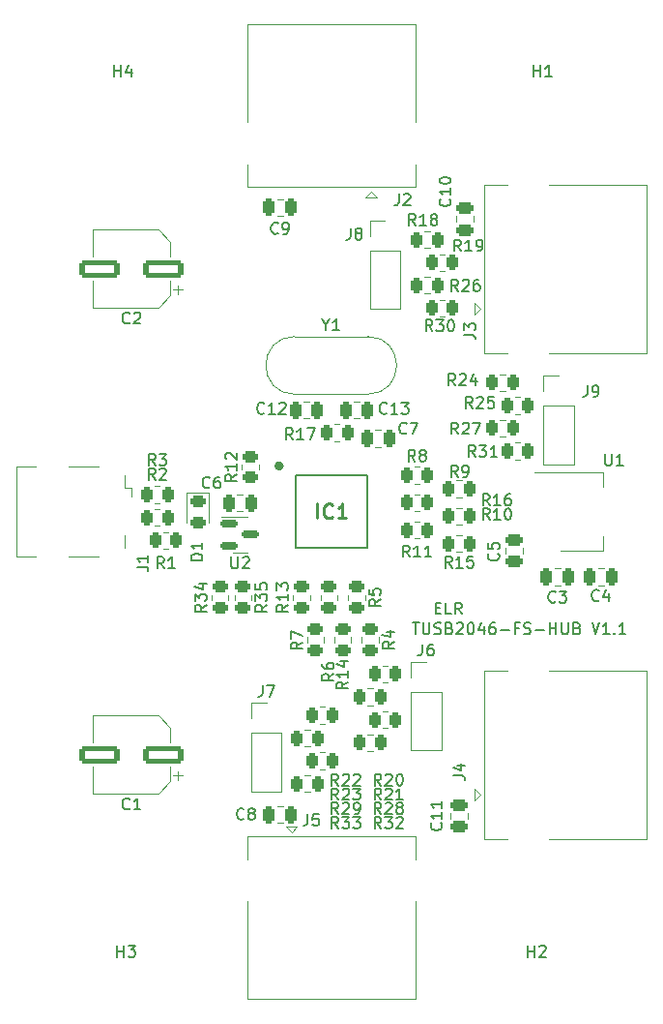
<source format=gto>
%TF.GenerationSoftware,KiCad,Pcbnew,(6.0.5)*%
%TF.CreationDate,2024-04-30T20:25:28+02:00*%
%TF.ProjectId,TUSB2046-FS-HUB,54555342-3230-4343-962d-46532d485542,rev?*%
%TF.SameCoordinates,Original*%
%TF.FileFunction,Legend,Top*%
%TF.FilePolarity,Positive*%
%FSLAX46Y46*%
G04 Gerber Fmt 4.6, Leading zero omitted, Abs format (unit mm)*
G04 Created by KiCad (PCBNEW (6.0.5)) date 2024-04-30 20:25:28*
%MOMM*%
%LPD*%
G01*
G04 APERTURE LIST*
G04 Aperture macros list*
%AMRoundRect*
0 Rectangle with rounded corners*
0 $1 Rounding radius*
0 $2 $3 $4 $5 $6 $7 $8 $9 X,Y pos of 4 corners*
0 Add a 4 corners polygon primitive as box body*
4,1,4,$2,$3,$4,$5,$6,$7,$8,$9,$2,$3,0*
0 Add four circle primitives for the rounded corners*
1,1,$1+$1,$2,$3*
1,1,$1+$1,$4,$5*
1,1,$1+$1,$6,$7*
1,1,$1+$1,$8,$9*
0 Add four rect primitives between the rounded corners*
20,1,$1+$1,$2,$3,$4,$5,0*
20,1,$1+$1,$4,$5,$6,$7,0*
20,1,$1+$1,$6,$7,$8,$9,0*
20,1,$1+$1,$8,$9,$2,$3,0*%
G04 Aperture macros list end*
%ADD10C,0.150000*%
%ADD11C,0.254000*%
%ADD12C,0.120000*%
%ADD13C,0.200000*%
%ADD14C,0.400000*%
%ADD15RoundRect,0.250000X-0.450000X0.262500X-0.450000X-0.262500X0.450000X-0.262500X0.450000X0.262500X0*%
%ADD16RoundRect,0.250000X0.450000X-0.262500X0.450000X0.262500X-0.450000X0.262500X-0.450000X-0.262500X0*%
%ADD17R,1.475000X0.600000*%
%ADD18R,0.600000X1.475000*%
%ADD19R,1.524000X1.524000*%
%ADD20C,1.524000*%
%ADD21C,3.500000*%
%ADD22RoundRect,0.250000X0.262500X0.450000X-0.262500X0.450000X-0.262500X-0.450000X0.262500X-0.450000X0*%
%ADD23RoundRect,0.250000X-0.262500X-0.450000X0.262500X-0.450000X0.262500X0.450000X-0.262500X0.450000X0*%
%ADD24C,6.400000*%
%ADD25RoundRect,0.150000X-0.587500X-0.150000X0.587500X-0.150000X0.587500X0.150000X-0.587500X0.150000X0*%
%ADD26RoundRect,0.250000X-0.475000X0.250000X-0.475000X-0.250000X0.475000X-0.250000X0.475000X0.250000X0*%
%ADD27RoundRect,0.250000X-0.250000X-0.475000X0.250000X-0.475000X0.250000X0.475000X-0.250000X0.475000X0*%
%ADD28R,2.000000X1.500000*%
%ADD29R,2.000000X3.800000*%
%ADD30C,1.500000*%
%ADD31RoundRect,0.250000X0.250000X0.475000X-0.250000X0.475000X-0.250000X-0.475000X0.250000X-0.475000X0*%
%ADD32R,1.700000X1.700000*%
%ADD33O,1.700000X1.700000*%
%ADD34RoundRect,0.250000X1.500000X0.550000X-1.500000X0.550000X-1.500000X-0.550000X1.500000X-0.550000X0*%
%ADD35RoundRect,0.243750X-0.456250X0.243750X-0.456250X-0.243750X0.456250X-0.243750X0.456250X0.243750X0*%
%ADD36C,0.900000*%
%ADD37R,2.500000X0.500000*%
%ADD38R,2.500000X2.000000*%
G04 APERTURE END LIST*
D10*
X159619047Y-102202380D02*
X160190476Y-102202380D01*
X159904761Y-103202380D02*
X159904761Y-102202380D01*
X160523809Y-102202380D02*
X160523809Y-103011904D01*
X160571428Y-103107142D01*
X160619047Y-103154761D01*
X160714285Y-103202380D01*
X160904761Y-103202380D01*
X161000000Y-103154761D01*
X161047619Y-103107142D01*
X161095238Y-103011904D01*
X161095238Y-102202380D01*
X161523809Y-103154761D02*
X161666666Y-103202380D01*
X161904761Y-103202380D01*
X162000000Y-103154761D01*
X162047619Y-103107142D01*
X162095238Y-103011904D01*
X162095238Y-102916666D01*
X162047619Y-102821428D01*
X162000000Y-102773809D01*
X161904761Y-102726190D01*
X161714285Y-102678571D01*
X161619047Y-102630952D01*
X161571428Y-102583333D01*
X161523809Y-102488095D01*
X161523809Y-102392857D01*
X161571428Y-102297619D01*
X161619047Y-102250000D01*
X161714285Y-102202380D01*
X161952380Y-102202380D01*
X162095238Y-102250000D01*
X162857142Y-102678571D02*
X163000000Y-102726190D01*
X163047619Y-102773809D01*
X163095238Y-102869047D01*
X163095238Y-103011904D01*
X163047619Y-103107142D01*
X163000000Y-103154761D01*
X162904761Y-103202380D01*
X162523809Y-103202380D01*
X162523809Y-102202380D01*
X162857142Y-102202380D01*
X162952380Y-102250000D01*
X163000000Y-102297619D01*
X163047619Y-102392857D01*
X163047619Y-102488095D01*
X163000000Y-102583333D01*
X162952380Y-102630952D01*
X162857142Y-102678571D01*
X162523809Y-102678571D01*
X163476190Y-102297619D02*
X163523809Y-102250000D01*
X163619047Y-102202380D01*
X163857142Y-102202380D01*
X163952380Y-102250000D01*
X164000000Y-102297619D01*
X164047619Y-102392857D01*
X164047619Y-102488095D01*
X164000000Y-102630952D01*
X163428571Y-103202380D01*
X164047619Y-103202380D01*
X164666666Y-102202380D02*
X164761904Y-102202380D01*
X164857142Y-102250000D01*
X164904761Y-102297619D01*
X164952380Y-102392857D01*
X165000000Y-102583333D01*
X165000000Y-102821428D01*
X164952380Y-103011904D01*
X164904761Y-103107142D01*
X164857142Y-103154761D01*
X164761904Y-103202380D01*
X164666666Y-103202380D01*
X164571428Y-103154761D01*
X164523809Y-103107142D01*
X164476190Y-103011904D01*
X164428571Y-102821428D01*
X164428571Y-102583333D01*
X164476190Y-102392857D01*
X164523809Y-102297619D01*
X164571428Y-102250000D01*
X164666666Y-102202380D01*
X165857142Y-102535714D02*
X165857142Y-103202380D01*
X165619047Y-102154761D02*
X165380952Y-102869047D01*
X166000000Y-102869047D01*
X166809523Y-102202380D02*
X166619047Y-102202380D01*
X166523809Y-102250000D01*
X166476190Y-102297619D01*
X166380952Y-102440476D01*
X166333333Y-102630952D01*
X166333333Y-103011904D01*
X166380952Y-103107142D01*
X166428571Y-103154761D01*
X166523809Y-103202380D01*
X166714285Y-103202380D01*
X166809523Y-103154761D01*
X166857142Y-103107142D01*
X166904761Y-103011904D01*
X166904761Y-102773809D01*
X166857142Y-102678571D01*
X166809523Y-102630952D01*
X166714285Y-102583333D01*
X166523809Y-102583333D01*
X166428571Y-102630952D01*
X166380952Y-102678571D01*
X166333333Y-102773809D01*
X167333333Y-102821428D02*
X168095238Y-102821428D01*
X168904761Y-102678571D02*
X168571428Y-102678571D01*
X168571428Y-103202380D02*
X168571428Y-102202380D01*
X169047619Y-102202380D01*
X169380952Y-103154761D02*
X169523809Y-103202380D01*
X169761904Y-103202380D01*
X169857142Y-103154761D01*
X169904761Y-103107142D01*
X169952380Y-103011904D01*
X169952380Y-102916666D01*
X169904761Y-102821428D01*
X169857142Y-102773809D01*
X169761904Y-102726190D01*
X169571428Y-102678571D01*
X169476190Y-102630952D01*
X169428571Y-102583333D01*
X169380952Y-102488095D01*
X169380952Y-102392857D01*
X169428571Y-102297619D01*
X169476190Y-102250000D01*
X169571428Y-102202380D01*
X169809523Y-102202380D01*
X169952380Y-102250000D01*
X170380952Y-102821428D02*
X171142857Y-102821428D01*
X171619047Y-103202380D02*
X171619047Y-102202380D01*
X171619047Y-102678571D02*
X172190476Y-102678571D01*
X172190476Y-103202380D02*
X172190476Y-102202380D01*
X172666666Y-102202380D02*
X172666666Y-103011904D01*
X172714285Y-103107142D01*
X172761904Y-103154761D01*
X172857142Y-103202380D01*
X173047619Y-103202380D01*
X173142857Y-103154761D01*
X173190476Y-103107142D01*
X173238095Y-103011904D01*
X173238095Y-102202380D01*
X174047619Y-102678571D02*
X174190476Y-102726190D01*
X174238095Y-102773809D01*
X174285714Y-102869047D01*
X174285714Y-103011904D01*
X174238095Y-103107142D01*
X174190476Y-103154761D01*
X174095238Y-103202380D01*
X173714285Y-103202380D01*
X173714285Y-102202380D01*
X174047619Y-102202380D01*
X174142857Y-102250000D01*
X174190476Y-102297619D01*
X174238095Y-102392857D01*
X174238095Y-102488095D01*
X174190476Y-102583333D01*
X174142857Y-102630952D01*
X174047619Y-102678571D01*
X173714285Y-102678571D01*
X175333333Y-102202380D02*
X175666666Y-103202380D01*
X176000000Y-102202380D01*
X176857142Y-103202380D02*
X176285714Y-103202380D01*
X176571428Y-103202380D02*
X176571428Y-102202380D01*
X176476190Y-102345238D01*
X176380952Y-102440476D01*
X176285714Y-102488095D01*
X177285714Y-103107142D02*
X177333333Y-103154761D01*
X177285714Y-103202380D01*
X177238095Y-103154761D01*
X177285714Y-103107142D01*
X177285714Y-103202380D01*
X178285714Y-103202380D02*
X177714285Y-103202380D01*
X178000000Y-103202380D02*
X178000000Y-102202380D01*
X177904761Y-102345238D01*
X177809523Y-102440476D01*
X177714285Y-102488095D01*
X161630952Y-100928571D02*
X161964285Y-100928571D01*
X162107142Y-101452380D02*
X161630952Y-101452380D01*
X161630952Y-100452380D01*
X162107142Y-100452380D01*
X163011904Y-101452380D02*
X162535714Y-101452380D01*
X162535714Y-100452380D01*
X163916666Y-101452380D02*
X163583333Y-100976190D01*
X163345238Y-101452380D02*
X163345238Y-100452380D01*
X163726190Y-100452380D01*
X163821428Y-100500000D01*
X163869047Y-100547619D01*
X163916666Y-100642857D01*
X163916666Y-100785714D01*
X163869047Y-100880952D01*
X163821428Y-100928571D01*
X163726190Y-100976190D01*
X163345238Y-100976190D01*
%TO.C,R35*%
X146852380Y-100642857D02*
X146376190Y-100976190D01*
X146852380Y-101214285D02*
X145852380Y-101214285D01*
X145852380Y-100833333D01*
X145900000Y-100738095D01*
X145947619Y-100690476D01*
X146042857Y-100642857D01*
X146185714Y-100642857D01*
X146280952Y-100690476D01*
X146328571Y-100738095D01*
X146376190Y-100833333D01*
X146376190Y-101214285D01*
X145852380Y-100309523D02*
X145852380Y-99690476D01*
X146233333Y-100023809D01*
X146233333Y-99880952D01*
X146280952Y-99785714D01*
X146328571Y-99738095D01*
X146423809Y-99690476D01*
X146661904Y-99690476D01*
X146757142Y-99738095D01*
X146804761Y-99785714D01*
X146852380Y-99880952D01*
X146852380Y-100166666D01*
X146804761Y-100261904D01*
X146757142Y-100309523D01*
X145852380Y-98785714D02*
X145852380Y-99261904D01*
X146328571Y-99309523D01*
X146280952Y-99261904D01*
X146233333Y-99166666D01*
X146233333Y-98928571D01*
X146280952Y-98833333D01*
X146328571Y-98785714D01*
X146423809Y-98738095D01*
X146661904Y-98738095D01*
X146757142Y-98785714D01*
X146804761Y-98833333D01*
X146852380Y-98928571D01*
X146852380Y-99166666D01*
X146804761Y-99261904D01*
X146757142Y-99309523D01*
%TO.C,R34*%
X141552380Y-100642857D02*
X141076190Y-100976190D01*
X141552380Y-101214285D02*
X140552380Y-101214285D01*
X140552380Y-100833333D01*
X140600000Y-100738095D01*
X140647619Y-100690476D01*
X140742857Y-100642857D01*
X140885714Y-100642857D01*
X140980952Y-100690476D01*
X141028571Y-100738095D01*
X141076190Y-100833333D01*
X141076190Y-101214285D01*
X140552380Y-100309523D02*
X140552380Y-99690476D01*
X140933333Y-100023809D01*
X140933333Y-99880952D01*
X140980952Y-99785714D01*
X141028571Y-99738095D01*
X141123809Y-99690476D01*
X141361904Y-99690476D01*
X141457142Y-99738095D01*
X141504761Y-99785714D01*
X141552380Y-99880952D01*
X141552380Y-100166666D01*
X141504761Y-100261904D01*
X141457142Y-100309523D01*
X140885714Y-98833333D02*
X141552380Y-98833333D01*
X140504761Y-99071428D02*
X141219047Y-99309523D01*
X141219047Y-98690476D01*
D11*
%TO.C,IC1*%
X151260238Y-93074523D02*
X151260238Y-91804523D01*
X152590714Y-92953571D02*
X152530238Y-93014047D01*
X152348809Y-93074523D01*
X152227857Y-93074523D01*
X152046428Y-93014047D01*
X151925476Y-92893095D01*
X151865000Y-92772142D01*
X151804523Y-92530238D01*
X151804523Y-92348809D01*
X151865000Y-92106904D01*
X151925476Y-91985952D01*
X152046428Y-91865000D01*
X152227857Y-91804523D01*
X152348809Y-91804523D01*
X152530238Y-91865000D01*
X152590714Y-91925476D01*
X153800238Y-93074523D02*
X153074523Y-93074523D01*
X153437380Y-93074523D02*
X153437380Y-91804523D01*
X153316428Y-91985952D01*
X153195476Y-92106904D01*
X153074523Y-92167380D01*
D10*
%TO.C,J5*%
X150416666Y-118952380D02*
X150416666Y-119666666D01*
X150369047Y-119809523D01*
X150273809Y-119904761D01*
X150130952Y-119952380D01*
X150035714Y-119952380D01*
X151369047Y-118952380D02*
X150892857Y-118952380D01*
X150845238Y-119428571D01*
X150892857Y-119380952D01*
X150988095Y-119333333D01*
X151226190Y-119333333D01*
X151321428Y-119380952D01*
X151369047Y-119428571D01*
X151416666Y-119523809D01*
X151416666Y-119761904D01*
X151369047Y-119857142D01*
X151321428Y-119904761D01*
X151226190Y-119952380D01*
X150988095Y-119952380D01*
X150892857Y-119904761D01*
X150845238Y-119857142D01*
%TO.C,R27*%
X163607142Y-85702380D02*
X163273809Y-85226190D01*
X163035714Y-85702380D02*
X163035714Y-84702380D01*
X163416666Y-84702380D01*
X163511904Y-84750000D01*
X163559523Y-84797619D01*
X163607142Y-84892857D01*
X163607142Y-85035714D01*
X163559523Y-85130952D01*
X163511904Y-85178571D01*
X163416666Y-85226190D01*
X163035714Y-85226190D01*
X163988095Y-84797619D02*
X164035714Y-84750000D01*
X164130952Y-84702380D01*
X164369047Y-84702380D01*
X164464285Y-84750000D01*
X164511904Y-84797619D01*
X164559523Y-84892857D01*
X164559523Y-84988095D01*
X164511904Y-85130952D01*
X163940476Y-85702380D01*
X164559523Y-85702380D01*
X164892857Y-84702380D02*
X165559523Y-84702380D01*
X165130952Y-85702380D01*
%TO.C,R8*%
X159833333Y-88102380D02*
X159500000Y-87626190D01*
X159261904Y-88102380D02*
X159261904Y-87102380D01*
X159642857Y-87102380D01*
X159738095Y-87150000D01*
X159785714Y-87197619D01*
X159833333Y-87292857D01*
X159833333Y-87435714D01*
X159785714Y-87530952D01*
X159738095Y-87578571D01*
X159642857Y-87626190D01*
X159261904Y-87626190D01*
X160404761Y-87530952D02*
X160309523Y-87483333D01*
X160261904Y-87435714D01*
X160214285Y-87340476D01*
X160214285Y-87292857D01*
X160261904Y-87197619D01*
X160309523Y-87150000D01*
X160404761Y-87102380D01*
X160595238Y-87102380D01*
X160690476Y-87150000D01*
X160738095Y-87197619D01*
X160785714Y-87292857D01*
X160785714Y-87340476D01*
X160738095Y-87435714D01*
X160690476Y-87483333D01*
X160595238Y-87530952D01*
X160404761Y-87530952D01*
X160309523Y-87578571D01*
X160261904Y-87626190D01*
X160214285Y-87721428D01*
X160214285Y-87911904D01*
X160261904Y-88007142D01*
X160309523Y-88054761D01*
X160404761Y-88102380D01*
X160595238Y-88102380D01*
X160690476Y-88054761D01*
X160738095Y-88007142D01*
X160785714Y-87911904D01*
X160785714Y-87721428D01*
X160738095Y-87626190D01*
X160690476Y-87578571D01*
X160595238Y-87530952D01*
%TO.C,R12*%
X144202380Y-89242857D02*
X143726190Y-89576190D01*
X144202380Y-89814285D02*
X143202380Y-89814285D01*
X143202380Y-89433333D01*
X143250000Y-89338095D01*
X143297619Y-89290476D01*
X143392857Y-89242857D01*
X143535714Y-89242857D01*
X143630952Y-89290476D01*
X143678571Y-89338095D01*
X143726190Y-89433333D01*
X143726190Y-89814285D01*
X144202380Y-88290476D02*
X144202380Y-88861904D01*
X144202380Y-88576190D02*
X143202380Y-88576190D01*
X143345238Y-88671428D01*
X143440476Y-88766666D01*
X143488095Y-88861904D01*
X143297619Y-87909523D02*
X143250000Y-87861904D01*
X143202380Y-87766666D01*
X143202380Y-87528571D01*
X143250000Y-87433333D01*
X143297619Y-87385714D01*
X143392857Y-87338095D01*
X143488095Y-87338095D01*
X143630952Y-87385714D01*
X144202380Y-87957142D01*
X144202380Y-87338095D01*
%TO.C,H1*%
X170238095Y-54452380D02*
X170238095Y-53452380D01*
X170238095Y-53928571D02*
X170809523Y-53928571D01*
X170809523Y-54452380D02*
X170809523Y-53452380D01*
X171809523Y-54452380D02*
X171238095Y-54452380D01*
X171523809Y-54452380D02*
X171523809Y-53452380D01*
X171428571Y-53595238D01*
X171333333Y-53690476D01*
X171238095Y-53738095D01*
%TO.C,U2*%
X143738095Y-96452380D02*
X143738095Y-97261904D01*
X143785714Y-97357142D01*
X143833333Y-97404761D01*
X143928571Y-97452380D01*
X144119047Y-97452380D01*
X144214285Y-97404761D01*
X144261904Y-97357142D01*
X144309523Y-97261904D01*
X144309523Y-96452380D01*
X144738095Y-96547619D02*
X144785714Y-96500000D01*
X144880952Y-96452380D01*
X145119047Y-96452380D01*
X145214285Y-96500000D01*
X145261904Y-96547619D01*
X145309523Y-96642857D01*
X145309523Y-96738095D01*
X145261904Y-96880952D01*
X144690476Y-97452380D01*
X145309523Y-97452380D01*
%TO.C,R1*%
X137833333Y-97452380D02*
X137500000Y-96976190D01*
X137261904Y-97452380D02*
X137261904Y-96452380D01*
X137642857Y-96452380D01*
X137738095Y-96500000D01*
X137785714Y-96547619D01*
X137833333Y-96642857D01*
X137833333Y-96785714D01*
X137785714Y-96880952D01*
X137738095Y-96928571D01*
X137642857Y-96976190D01*
X137261904Y-96976190D01*
X138785714Y-97452380D02*
X138214285Y-97452380D01*
X138500000Y-97452380D02*
X138500000Y-96452380D01*
X138404761Y-96595238D01*
X138309523Y-96690476D01*
X138214285Y-96738095D01*
%TO.C,C5*%
X167107142Y-96166666D02*
X167154761Y-96214285D01*
X167202380Y-96357142D01*
X167202380Y-96452380D01*
X167154761Y-96595238D01*
X167059523Y-96690476D01*
X166964285Y-96738095D01*
X166773809Y-96785714D01*
X166630952Y-96785714D01*
X166440476Y-96738095D01*
X166345238Y-96690476D01*
X166250000Y-96595238D01*
X166202380Y-96452380D01*
X166202380Y-96357142D01*
X166250000Y-96214285D01*
X166297619Y-96166666D01*
X166202380Y-95261904D02*
X166202380Y-95738095D01*
X166678571Y-95785714D01*
X166630952Y-95738095D01*
X166583333Y-95642857D01*
X166583333Y-95404761D01*
X166630952Y-95309523D01*
X166678571Y-95261904D01*
X166773809Y-95214285D01*
X167011904Y-95214285D01*
X167107142Y-95261904D01*
X167154761Y-95309523D01*
X167202380Y-95404761D01*
X167202380Y-95642857D01*
X167154761Y-95738095D01*
X167107142Y-95785714D01*
%TO.C,C3*%
X172133333Y-100357142D02*
X172085714Y-100404761D01*
X171942857Y-100452380D01*
X171847619Y-100452380D01*
X171704761Y-100404761D01*
X171609523Y-100309523D01*
X171561904Y-100214285D01*
X171514285Y-100023809D01*
X171514285Y-99880952D01*
X171561904Y-99690476D01*
X171609523Y-99595238D01*
X171704761Y-99500000D01*
X171847619Y-99452380D01*
X171942857Y-99452380D01*
X172085714Y-99500000D01*
X172133333Y-99547619D01*
X172466666Y-99452380D02*
X173085714Y-99452380D01*
X172752380Y-99833333D01*
X172895238Y-99833333D01*
X172990476Y-99880952D01*
X173038095Y-99928571D01*
X173085714Y-100023809D01*
X173085714Y-100261904D01*
X173038095Y-100357142D01*
X172990476Y-100404761D01*
X172895238Y-100452380D01*
X172609523Y-100452380D01*
X172514285Y-100404761D01*
X172466666Y-100357142D01*
%TO.C,H4*%
X133488095Y-54452380D02*
X133488095Y-53452380D01*
X133488095Y-53928571D02*
X134059523Y-53928571D01*
X134059523Y-54452380D02*
X134059523Y-53452380D01*
X134964285Y-53785714D02*
X134964285Y-54452380D01*
X134726190Y-53404761D02*
X134488095Y-54119047D01*
X135107142Y-54119047D01*
%TO.C,U1*%
X176488095Y-87452380D02*
X176488095Y-88261904D01*
X176535714Y-88357142D01*
X176583333Y-88404761D01*
X176678571Y-88452380D01*
X176869047Y-88452380D01*
X176964285Y-88404761D01*
X177011904Y-88357142D01*
X177059523Y-88261904D01*
X177059523Y-87452380D01*
X178059523Y-88452380D02*
X177488095Y-88452380D01*
X177773809Y-88452380D02*
X177773809Y-87452380D01*
X177678571Y-87595238D01*
X177583333Y-87690476D01*
X177488095Y-87738095D01*
%TO.C,H3*%
X133738095Y-131452380D02*
X133738095Y-130452380D01*
X133738095Y-130928571D02*
X134309523Y-130928571D01*
X134309523Y-131452380D02*
X134309523Y-130452380D01*
X134690476Y-130452380D02*
X135309523Y-130452380D01*
X134976190Y-130833333D01*
X135119047Y-130833333D01*
X135214285Y-130880952D01*
X135261904Y-130928571D01*
X135309523Y-131023809D01*
X135309523Y-131261904D01*
X135261904Y-131357142D01*
X135214285Y-131404761D01*
X135119047Y-131452380D01*
X134833333Y-131452380D01*
X134738095Y-131404761D01*
X134690476Y-131357142D01*
%TO.C,C11*%
X162107142Y-119742857D02*
X162154761Y-119790476D01*
X162202380Y-119933333D01*
X162202380Y-120028571D01*
X162154761Y-120171428D01*
X162059523Y-120266666D01*
X161964285Y-120314285D01*
X161773809Y-120361904D01*
X161630952Y-120361904D01*
X161440476Y-120314285D01*
X161345238Y-120266666D01*
X161250000Y-120171428D01*
X161202380Y-120028571D01*
X161202380Y-119933333D01*
X161250000Y-119790476D01*
X161297619Y-119742857D01*
X162202380Y-118790476D02*
X162202380Y-119361904D01*
X162202380Y-119076190D02*
X161202380Y-119076190D01*
X161345238Y-119171428D01*
X161440476Y-119266666D01*
X161488095Y-119361904D01*
X162202380Y-117838095D02*
X162202380Y-118409523D01*
X162202380Y-118123809D02*
X161202380Y-118123809D01*
X161345238Y-118219047D01*
X161440476Y-118314285D01*
X161488095Y-118409523D01*
%TO.C,Y1*%
X152013809Y-76151190D02*
X152013809Y-76627380D01*
X151680476Y-75627380D02*
X152013809Y-76151190D01*
X152347142Y-75627380D01*
X153204285Y-76627380D02*
X152632857Y-76627380D01*
X152918571Y-76627380D02*
X152918571Y-75627380D01*
X152823333Y-75770238D01*
X152728095Y-75865476D01*
X152632857Y-75913095D01*
%TO.C,R30*%
X161357142Y-76702380D02*
X161023809Y-76226190D01*
X160785714Y-76702380D02*
X160785714Y-75702380D01*
X161166666Y-75702380D01*
X161261904Y-75750000D01*
X161309523Y-75797619D01*
X161357142Y-75892857D01*
X161357142Y-76035714D01*
X161309523Y-76130952D01*
X161261904Y-76178571D01*
X161166666Y-76226190D01*
X160785714Y-76226190D01*
X161690476Y-75702380D02*
X162309523Y-75702380D01*
X161976190Y-76083333D01*
X162119047Y-76083333D01*
X162214285Y-76130952D01*
X162261904Y-76178571D01*
X162309523Y-76273809D01*
X162309523Y-76511904D01*
X162261904Y-76607142D01*
X162214285Y-76654761D01*
X162119047Y-76702380D01*
X161833333Y-76702380D01*
X161738095Y-76654761D01*
X161690476Y-76607142D01*
X162928571Y-75702380D02*
X163023809Y-75702380D01*
X163119047Y-75750000D01*
X163166666Y-75797619D01*
X163214285Y-75892857D01*
X163261904Y-76083333D01*
X163261904Y-76321428D01*
X163214285Y-76511904D01*
X163166666Y-76607142D01*
X163119047Y-76654761D01*
X163023809Y-76702380D01*
X162928571Y-76702380D01*
X162833333Y-76654761D01*
X162785714Y-76607142D01*
X162738095Y-76511904D01*
X162690476Y-76321428D01*
X162690476Y-76083333D01*
X162738095Y-75892857D01*
X162785714Y-75797619D01*
X162833333Y-75750000D01*
X162928571Y-75702380D01*
%TO.C,R15*%
X163057142Y-97402380D02*
X162723809Y-96926190D01*
X162485714Y-97402380D02*
X162485714Y-96402380D01*
X162866666Y-96402380D01*
X162961904Y-96450000D01*
X163009523Y-96497619D01*
X163057142Y-96592857D01*
X163057142Y-96735714D01*
X163009523Y-96830952D01*
X162961904Y-96878571D01*
X162866666Y-96926190D01*
X162485714Y-96926190D01*
X164009523Y-97402380D02*
X163438095Y-97402380D01*
X163723809Y-97402380D02*
X163723809Y-96402380D01*
X163628571Y-96545238D01*
X163533333Y-96640476D01*
X163438095Y-96688095D01*
X164914285Y-96402380D02*
X164438095Y-96402380D01*
X164390476Y-96878571D01*
X164438095Y-96830952D01*
X164533333Y-96783333D01*
X164771428Y-96783333D01*
X164866666Y-96830952D01*
X164914285Y-96878571D01*
X164961904Y-96973809D01*
X164961904Y-97211904D01*
X164914285Y-97307142D01*
X164866666Y-97354761D01*
X164771428Y-97402380D01*
X164533333Y-97402380D01*
X164438095Y-97354761D01*
X164390476Y-97307142D01*
%TO.C,J4*%
X163202380Y-115583333D02*
X163916666Y-115583333D01*
X164059523Y-115630952D01*
X164154761Y-115726190D01*
X164202380Y-115869047D01*
X164202380Y-115964285D01*
X163535714Y-114678571D02*
X164202380Y-114678571D01*
X163154761Y-114916666D02*
X163869047Y-115154761D01*
X163869047Y-114535714D01*
%TO.C,H2*%
X169738095Y-131452380D02*
X169738095Y-130452380D01*
X169738095Y-130928571D02*
X170309523Y-130928571D01*
X170309523Y-131452380D02*
X170309523Y-130452380D01*
X170738095Y-130547619D02*
X170785714Y-130500000D01*
X170880952Y-130452380D01*
X171119047Y-130452380D01*
X171214285Y-130500000D01*
X171261904Y-130547619D01*
X171309523Y-130642857D01*
X171309523Y-130738095D01*
X171261904Y-130880952D01*
X170690476Y-131452380D01*
X171309523Y-131452380D01*
%TO.C,C13*%
X157357142Y-83857142D02*
X157309523Y-83904761D01*
X157166666Y-83952380D01*
X157071428Y-83952380D01*
X156928571Y-83904761D01*
X156833333Y-83809523D01*
X156785714Y-83714285D01*
X156738095Y-83523809D01*
X156738095Y-83380952D01*
X156785714Y-83190476D01*
X156833333Y-83095238D01*
X156928571Y-83000000D01*
X157071428Y-82952380D01*
X157166666Y-82952380D01*
X157309523Y-83000000D01*
X157357142Y-83047619D01*
X158309523Y-83952380D02*
X157738095Y-83952380D01*
X158023809Y-83952380D02*
X158023809Y-82952380D01*
X157928571Y-83095238D01*
X157833333Y-83190476D01*
X157738095Y-83238095D01*
X158642857Y-82952380D02*
X159261904Y-82952380D01*
X158928571Y-83333333D01*
X159071428Y-83333333D01*
X159166666Y-83380952D01*
X159214285Y-83428571D01*
X159261904Y-83523809D01*
X159261904Y-83761904D01*
X159214285Y-83857142D01*
X159166666Y-83904761D01*
X159071428Y-83952380D01*
X158785714Y-83952380D01*
X158690476Y-83904761D01*
X158642857Y-83857142D01*
%TO.C,R11*%
X159357142Y-96452380D02*
X159023809Y-95976190D01*
X158785714Y-96452380D02*
X158785714Y-95452380D01*
X159166666Y-95452380D01*
X159261904Y-95500000D01*
X159309523Y-95547619D01*
X159357142Y-95642857D01*
X159357142Y-95785714D01*
X159309523Y-95880952D01*
X159261904Y-95928571D01*
X159166666Y-95976190D01*
X158785714Y-95976190D01*
X160309523Y-96452380D02*
X159738095Y-96452380D01*
X160023809Y-96452380D02*
X160023809Y-95452380D01*
X159928571Y-95595238D01*
X159833333Y-95690476D01*
X159738095Y-95738095D01*
X161261904Y-96452380D02*
X160690476Y-96452380D01*
X160976190Y-96452380D02*
X160976190Y-95452380D01*
X160880952Y-95595238D01*
X160785714Y-95690476D01*
X160690476Y-95738095D01*
%TO.C,R33*%
X153107142Y-120202380D02*
X152773809Y-119726190D01*
X152535714Y-120202380D02*
X152535714Y-119202380D01*
X152916666Y-119202380D01*
X153011904Y-119250000D01*
X153059523Y-119297619D01*
X153107142Y-119392857D01*
X153107142Y-119535714D01*
X153059523Y-119630952D01*
X153011904Y-119678571D01*
X152916666Y-119726190D01*
X152535714Y-119726190D01*
X153440476Y-119202380D02*
X154059523Y-119202380D01*
X153726190Y-119583333D01*
X153869047Y-119583333D01*
X153964285Y-119630952D01*
X154011904Y-119678571D01*
X154059523Y-119773809D01*
X154059523Y-120011904D01*
X154011904Y-120107142D01*
X153964285Y-120154761D01*
X153869047Y-120202380D01*
X153583333Y-120202380D01*
X153488095Y-120154761D01*
X153440476Y-120107142D01*
X154392857Y-119202380D02*
X155011904Y-119202380D01*
X154678571Y-119583333D01*
X154821428Y-119583333D01*
X154916666Y-119630952D01*
X154964285Y-119678571D01*
X155011904Y-119773809D01*
X155011904Y-120011904D01*
X154964285Y-120107142D01*
X154916666Y-120154761D01*
X154821428Y-120202380D01*
X154535714Y-120202380D01*
X154440476Y-120154761D01*
X154392857Y-120107142D01*
%TO.C,R3*%
X137083333Y-88452380D02*
X136750000Y-87976190D01*
X136511904Y-88452380D02*
X136511904Y-87452380D01*
X136892857Y-87452380D01*
X136988095Y-87500000D01*
X137035714Y-87547619D01*
X137083333Y-87642857D01*
X137083333Y-87785714D01*
X137035714Y-87880952D01*
X136988095Y-87928571D01*
X136892857Y-87976190D01*
X136511904Y-87976190D01*
X137416666Y-87452380D02*
X138035714Y-87452380D01*
X137702380Y-87833333D01*
X137845238Y-87833333D01*
X137940476Y-87880952D01*
X137988095Y-87928571D01*
X138035714Y-88023809D01*
X138035714Y-88261904D01*
X137988095Y-88357142D01*
X137940476Y-88404761D01*
X137845238Y-88452380D01*
X137559523Y-88452380D01*
X137464285Y-88404761D01*
X137416666Y-88357142D01*
%TO.C,R18*%
X159857142Y-67452380D02*
X159523809Y-66976190D01*
X159285714Y-67452380D02*
X159285714Y-66452380D01*
X159666666Y-66452380D01*
X159761904Y-66500000D01*
X159809523Y-66547619D01*
X159857142Y-66642857D01*
X159857142Y-66785714D01*
X159809523Y-66880952D01*
X159761904Y-66928571D01*
X159666666Y-66976190D01*
X159285714Y-66976190D01*
X160809523Y-67452380D02*
X160238095Y-67452380D01*
X160523809Y-67452380D02*
X160523809Y-66452380D01*
X160428571Y-66595238D01*
X160333333Y-66690476D01*
X160238095Y-66738095D01*
X161380952Y-66880952D02*
X161285714Y-66833333D01*
X161238095Y-66785714D01*
X161190476Y-66690476D01*
X161190476Y-66642857D01*
X161238095Y-66547619D01*
X161285714Y-66500000D01*
X161380952Y-66452380D01*
X161571428Y-66452380D01*
X161666666Y-66500000D01*
X161714285Y-66547619D01*
X161761904Y-66642857D01*
X161761904Y-66690476D01*
X161714285Y-66785714D01*
X161666666Y-66833333D01*
X161571428Y-66880952D01*
X161380952Y-66880952D01*
X161285714Y-66928571D01*
X161238095Y-66976190D01*
X161190476Y-67071428D01*
X161190476Y-67261904D01*
X161238095Y-67357142D01*
X161285714Y-67404761D01*
X161380952Y-67452380D01*
X161571428Y-67452380D01*
X161666666Y-67404761D01*
X161714285Y-67357142D01*
X161761904Y-67261904D01*
X161761904Y-67071428D01*
X161714285Y-66976190D01*
X161666666Y-66928571D01*
X161571428Y-66880952D01*
%TO.C,R2*%
X137083333Y-89702380D02*
X136750000Y-89226190D01*
X136511904Y-89702380D02*
X136511904Y-88702380D01*
X136892857Y-88702380D01*
X136988095Y-88750000D01*
X137035714Y-88797619D01*
X137083333Y-88892857D01*
X137083333Y-89035714D01*
X137035714Y-89130952D01*
X136988095Y-89178571D01*
X136892857Y-89226190D01*
X136511904Y-89226190D01*
X137464285Y-88797619D02*
X137511904Y-88750000D01*
X137607142Y-88702380D01*
X137845238Y-88702380D01*
X137940476Y-88750000D01*
X137988095Y-88797619D01*
X138035714Y-88892857D01*
X138035714Y-88988095D01*
X137988095Y-89130952D01*
X137416666Y-89702380D01*
X138035714Y-89702380D01*
%TO.C,R32*%
X156857142Y-120202380D02*
X156523809Y-119726190D01*
X156285714Y-120202380D02*
X156285714Y-119202380D01*
X156666666Y-119202380D01*
X156761904Y-119250000D01*
X156809523Y-119297619D01*
X156857142Y-119392857D01*
X156857142Y-119535714D01*
X156809523Y-119630952D01*
X156761904Y-119678571D01*
X156666666Y-119726190D01*
X156285714Y-119726190D01*
X157190476Y-119202380D02*
X157809523Y-119202380D01*
X157476190Y-119583333D01*
X157619047Y-119583333D01*
X157714285Y-119630952D01*
X157761904Y-119678571D01*
X157809523Y-119773809D01*
X157809523Y-120011904D01*
X157761904Y-120107142D01*
X157714285Y-120154761D01*
X157619047Y-120202380D01*
X157333333Y-120202380D01*
X157238095Y-120154761D01*
X157190476Y-120107142D01*
X158190476Y-119297619D02*
X158238095Y-119250000D01*
X158333333Y-119202380D01*
X158571428Y-119202380D01*
X158666666Y-119250000D01*
X158714285Y-119297619D01*
X158761904Y-119392857D01*
X158761904Y-119488095D01*
X158714285Y-119630952D01*
X158142857Y-120202380D01*
X158761904Y-120202380D01*
%TO.C,J6*%
X160466666Y-104097380D02*
X160466666Y-104811666D01*
X160419047Y-104954523D01*
X160323809Y-105049761D01*
X160180952Y-105097380D01*
X160085714Y-105097380D01*
X161371428Y-104097380D02*
X161180952Y-104097380D01*
X161085714Y-104145000D01*
X161038095Y-104192619D01*
X160942857Y-104335476D01*
X160895238Y-104525952D01*
X160895238Y-104906904D01*
X160942857Y-105002142D01*
X160990476Y-105049761D01*
X161085714Y-105097380D01*
X161276190Y-105097380D01*
X161371428Y-105049761D01*
X161419047Y-105002142D01*
X161466666Y-104906904D01*
X161466666Y-104668809D01*
X161419047Y-104573571D01*
X161371428Y-104525952D01*
X161276190Y-104478333D01*
X161085714Y-104478333D01*
X160990476Y-104525952D01*
X160942857Y-104573571D01*
X160895238Y-104668809D01*
%TO.C,J2*%
X158416666Y-64702380D02*
X158416666Y-65416666D01*
X158369047Y-65559523D01*
X158273809Y-65654761D01*
X158130952Y-65702380D01*
X158035714Y-65702380D01*
X158845238Y-64797619D02*
X158892857Y-64750000D01*
X158988095Y-64702380D01*
X159226190Y-64702380D01*
X159321428Y-64750000D01*
X159369047Y-64797619D01*
X159416666Y-64892857D01*
X159416666Y-64988095D01*
X159369047Y-65130952D01*
X158797619Y-65702380D01*
X159416666Y-65702380D01*
%TO.C,R10*%
X166357142Y-93202380D02*
X166023809Y-92726190D01*
X165785714Y-93202380D02*
X165785714Y-92202380D01*
X166166666Y-92202380D01*
X166261904Y-92250000D01*
X166309523Y-92297619D01*
X166357142Y-92392857D01*
X166357142Y-92535714D01*
X166309523Y-92630952D01*
X166261904Y-92678571D01*
X166166666Y-92726190D01*
X165785714Y-92726190D01*
X167309523Y-93202380D02*
X166738095Y-93202380D01*
X167023809Y-93202380D02*
X167023809Y-92202380D01*
X166928571Y-92345238D01*
X166833333Y-92440476D01*
X166738095Y-92488095D01*
X167928571Y-92202380D02*
X168023809Y-92202380D01*
X168119047Y-92250000D01*
X168166666Y-92297619D01*
X168214285Y-92392857D01*
X168261904Y-92583333D01*
X168261904Y-92821428D01*
X168214285Y-93011904D01*
X168166666Y-93107142D01*
X168119047Y-93154761D01*
X168023809Y-93202380D01*
X167928571Y-93202380D01*
X167833333Y-93154761D01*
X167785714Y-93107142D01*
X167738095Y-93011904D01*
X167690476Y-92821428D01*
X167690476Y-92583333D01*
X167738095Y-92392857D01*
X167785714Y-92297619D01*
X167833333Y-92250000D01*
X167928571Y-92202380D01*
%TO.C,J7*%
X146466666Y-107682380D02*
X146466666Y-108396666D01*
X146419047Y-108539523D01*
X146323809Y-108634761D01*
X146180952Y-108682380D01*
X146085714Y-108682380D01*
X146847619Y-107682380D02*
X147514285Y-107682380D01*
X147085714Y-108682380D01*
%TO.C,C2*%
X134833333Y-75957142D02*
X134785714Y-76004761D01*
X134642857Y-76052380D01*
X134547619Y-76052380D01*
X134404761Y-76004761D01*
X134309523Y-75909523D01*
X134261904Y-75814285D01*
X134214285Y-75623809D01*
X134214285Y-75480952D01*
X134261904Y-75290476D01*
X134309523Y-75195238D01*
X134404761Y-75100000D01*
X134547619Y-75052380D01*
X134642857Y-75052380D01*
X134785714Y-75100000D01*
X134833333Y-75147619D01*
X135214285Y-75147619D02*
X135261904Y-75100000D01*
X135357142Y-75052380D01*
X135595238Y-75052380D01*
X135690476Y-75100000D01*
X135738095Y-75147619D01*
X135785714Y-75242857D01*
X135785714Y-75338095D01*
X135738095Y-75480952D01*
X135166666Y-76052380D01*
X135785714Y-76052380D01*
%TO.C,R5*%
X156802380Y-100166666D02*
X156326190Y-100500000D01*
X156802380Y-100738095D02*
X155802380Y-100738095D01*
X155802380Y-100357142D01*
X155850000Y-100261904D01*
X155897619Y-100214285D01*
X155992857Y-100166666D01*
X156135714Y-100166666D01*
X156230952Y-100214285D01*
X156278571Y-100261904D01*
X156326190Y-100357142D01*
X156326190Y-100738095D01*
X155802380Y-99261904D02*
X155802380Y-99738095D01*
X156278571Y-99785714D01*
X156230952Y-99738095D01*
X156183333Y-99642857D01*
X156183333Y-99404761D01*
X156230952Y-99309523D01*
X156278571Y-99261904D01*
X156373809Y-99214285D01*
X156611904Y-99214285D01*
X156707142Y-99261904D01*
X156754761Y-99309523D01*
X156802380Y-99404761D01*
X156802380Y-99642857D01*
X156754761Y-99738095D01*
X156707142Y-99785714D01*
%TO.C,R9*%
X163583333Y-89452380D02*
X163250000Y-88976190D01*
X163011904Y-89452380D02*
X163011904Y-88452380D01*
X163392857Y-88452380D01*
X163488095Y-88500000D01*
X163535714Y-88547619D01*
X163583333Y-88642857D01*
X163583333Y-88785714D01*
X163535714Y-88880952D01*
X163488095Y-88928571D01*
X163392857Y-88976190D01*
X163011904Y-88976190D01*
X164059523Y-89452380D02*
X164250000Y-89452380D01*
X164345238Y-89404761D01*
X164392857Y-89357142D01*
X164488095Y-89214285D01*
X164535714Y-89023809D01*
X164535714Y-88642857D01*
X164488095Y-88547619D01*
X164440476Y-88500000D01*
X164345238Y-88452380D01*
X164154761Y-88452380D01*
X164059523Y-88500000D01*
X164011904Y-88547619D01*
X163964285Y-88642857D01*
X163964285Y-88880952D01*
X164011904Y-88976190D01*
X164059523Y-89023809D01*
X164154761Y-89071428D01*
X164345238Y-89071428D01*
X164440476Y-89023809D01*
X164488095Y-88976190D01*
X164535714Y-88880952D01*
%TO.C,D1*%
X141202380Y-96738095D02*
X140202380Y-96738095D01*
X140202380Y-96500000D01*
X140250000Y-96357142D01*
X140345238Y-96261904D01*
X140440476Y-96214285D01*
X140630952Y-96166666D01*
X140773809Y-96166666D01*
X140964285Y-96214285D01*
X141059523Y-96261904D01*
X141154761Y-96357142D01*
X141202380Y-96500000D01*
X141202380Y-96738095D01*
X141202380Y-95214285D02*
X141202380Y-95785714D01*
X141202380Y-95500000D02*
X140202380Y-95500000D01*
X140345238Y-95595238D01*
X140440476Y-95690476D01*
X140488095Y-95785714D01*
%TO.C,R19*%
X163857142Y-69702380D02*
X163523809Y-69226190D01*
X163285714Y-69702380D02*
X163285714Y-68702380D01*
X163666666Y-68702380D01*
X163761904Y-68750000D01*
X163809523Y-68797619D01*
X163857142Y-68892857D01*
X163857142Y-69035714D01*
X163809523Y-69130952D01*
X163761904Y-69178571D01*
X163666666Y-69226190D01*
X163285714Y-69226190D01*
X164809523Y-69702380D02*
X164238095Y-69702380D01*
X164523809Y-69702380D02*
X164523809Y-68702380D01*
X164428571Y-68845238D01*
X164333333Y-68940476D01*
X164238095Y-68988095D01*
X165285714Y-69702380D02*
X165476190Y-69702380D01*
X165571428Y-69654761D01*
X165619047Y-69607142D01*
X165714285Y-69464285D01*
X165761904Y-69273809D01*
X165761904Y-68892857D01*
X165714285Y-68797619D01*
X165666666Y-68750000D01*
X165571428Y-68702380D01*
X165380952Y-68702380D01*
X165285714Y-68750000D01*
X165238095Y-68797619D01*
X165190476Y-68892857D01*
X165190476Y-69130952D01*
X165238095Y-69226190D01*
X165285714Y-69273809D01*
X165380952Y-69321428D01*
X165571428Y-69321428D01*
X165666666Y-69273809D01*
X165714285Y-69226190D01*
X165761904Y-69130952D01*
%TO.C,C9*%
X147833333Y-68107142D02*
X147785714Y-68154761D01*
X147642857Y-68202380D01*
X147547619Y-68202380D01*
X147404761Y-68154761D01*
X147309523Y-68059523D01*
X147261904Y-67964285D01*
X147214285Y-67773809D01*
X147214285Y-67630952D01*
X147261904Y-67440476D01*
X147309523Y-67345238D01*
X147404761Y-67250000D01*
X147547619Y-67202380D01*
X147642857Y-67202380D01*
X147785714Y-67250000D01*
X147833333Y-67297619D01*
X148309523Y-68202380D02*
X148500000Y-68202380D01*
X148595238Y-68154761D01*
X148642857Y-68107142D01*
X148738095Y-67964285D01*
X148785714Y-67773809D01*
X148785714Y-67392857D01*
X148738095Y-67297619D01*
X148690476Y-67250000D01*
X148595238Y-67202380D01*
X148404761Y-67202380D01*
X148309523Y-67250000D01*
X148261904Y-67297619D01*
X148214285Y-67392857D01*
X148214285Y-67630952D01*
X148261904Y-67726190D01*
X148309523Y-67773809D01*
X148404761Y-67821428D01*
X148595238Y-67821428D01*
X148690476Y-67773809D01*
X148738095Y-67726190D01*
X148785714Y-67630952D01*
%TO.C,C7*%
X159083333Y-85607142D02*
X159035714Y-85654761D01*
X158892857Y-85702380D01*
X158797619Y-85702380D01*
X158654761Y-85654761D01*
X158559523Y-85559523D01*
X158511904Y-85464285D01*
X158464285Y-85273809D01*
X158464285Y-85130952D01*
X158511904Y-84940476D01*
X158559523Y-84845238D01*
X158654761Y-84750000D01*
X158797619Y-84702380D01*
X158892857Y-84702380D01*
X159035714Y-84750000D01*
X159083333Y-84797619D01*
X159416666Y-84702380D02*
X160083333Y-84702380D01*
X159654761Y-85702380D01*
%TO.C,R6*%
X152702380Y-106666666D02*
X152226190Y-107000000D01*
X152702380Y-107238095D02*
X151702380Y-107238095D01*
X151702380Y-106857142D01*
X151750000Y-106761904D01*
X151797619Y-106714285D01*
X151892857Y-106666666D01*
X152035714Y-106666666D01*
X152130952Y-106714285D01*
X152178571Y-106761904D01*
X152226190Y-106857142D01*
X152226190Y-107238095D01*
X151702380Y-105809523D02*
X151702380Y-106000000D01*
X151750000Y-106095238D01*
X151797619Y-106142857D01*
X151940476Y-106238095D01*
X152130952Y-106285714D01*
X152511904Y-106285714D01*
X152607142Y-106238095D01*
X152654761Y-106190476D01*
X152702380Y-106095238D01*
X152702380Y-105904761D01*
X152654761Y-105809523D01*
X152607142Y-105761904D01*
X152511904Y-105714285D01*
X152273809Y-105714285D01*
X152178571Y-105761904D01*
X152130952Y-105809523D01*
X152083333Y-105904761D01*
X152083333Y-106095238D01*
X152130952Y-106190476D01*
X152178571Y-106238095D01*
X152273809Y-106285714D01*
%TO.C,C4*%
X175933333Y-100237142D02*
X175885714Y-100284761D01*
X175742857Y-100332380D01*
X175647619Y-100332380D01*
X175504761Y-100284761D01*
X175409523Y-100189523D01*
X175361904Y-100094285D01*
X175314285Y-99903809D01*
X175314285Y-99760952D01*
X175361904Y-99570476D01*
X175409523Y-99475238D01*
X175504761Y-99380000D01*
X175647619Y-99332380D01*
X175742857Y-99332380D01*
X175885714Y-99380000D01*
X175933333Y-99427619D01*
X176790476Y-99665714D02*
X176790476Y-100332380D01*
X176552380Y-99284761D02*
X176314285Y-99999047D01*
X176933333Y-99999047D01*
%TO.C,C12*%
X146607142Y-83857142D02*
X146559523Y-83904761D01*
X146416666Y-83952380D01*
X146321428Y-83952380D01*
X146178571Y-83904761D01*
X146083333Y-83809523D01*
X146035714Y-83714285D01*
X145988095Y-83523809D01*
X145988095Y-83380952D01*
X146035714Y-83190476D01*
X146083333Y-83095238D01*
X146178571Y-83000000D01*
X146321428Y-82952380D01*
X146416666Y-82952380D01*
X146559523Y-83000000D01*
X146607142Y-83047619D01*
X147559523Y-83952380D02*
X146988095Y-83952380D01*
X147273809Y-83952380D02*
X147273809Y-82952380D01*
X147178571Y-83095238D01*
X147083333Y-83190476D01*
X146988095Y-83238095D01*
X147940476Y-83047619D02*
X147988095Y-83000000D01*
X148083333Y-82952380D01*
X148321428Y-82952380D01*
X148416666Y-83000000D01*
X148464285Y-83047619D01*
X148511904Y-83142857D01*
X148511904Y-83238095D01*
X148464285Y-83380952D01*
X147892857Y-83952380D01*
X148511904Y-83952380D01*
%TO.C,R16*%
X166357142Y-91952380D02*
X166023809Y-91476190D01*
X165785714Y-91952380D02*
X165785714Y-90952380D01*
X166166666Y-90952380D01*
X166261904Y-91000000D01*
X166309523Y-91047619D01*
X166357142Y-91142857D01*
X166357142Y-91285714D01*
X166309523Y-91380952D01*
X166261904Y-91428571D01*
X166166666Y-91476190D01*
X165785714Y-91476190D01*
X167309523Y-91952380D02*
X166738095Y-91952380D01*
X167023809Y-91952380D02*
X167023809Y-90952380D01*
X166928571Y-91095238D01*
X166833333Y-91190476D01*
X166738095Y-91238095D01*
X168166666Y-90952380D02*
X167976190Y-90952380D01*
X167880952Y-91000000D01*
X167833333Y-91047619D01*
X167738095Y-91190476D01*
X167690476Y-91380952D01*
X167690476Y-91761904D01*
X167738095Y-91857142D01*
X167785714Y-91904761D01*
X167880952Y-91952380D01*
X168071428Y-91952380D01*
X168166666Y-91904761D01*
X168214285Y-91857142D01*
X168261904Y-91761904D01*
X168261904Y-91523809D01*
X168214285Y-91428571D01*
X168166666Y-91380952D01*
X168071428Y-91333333D01*
X167880952Y-91333333D01*
X167785714Y-91380952D01*
X167738095Y-91428571D01*
X167690476Y-91523809D01*
%TO.C,R28*%
X156857142Y-118952380D02*
X156523809Y-118476190D01*
X156285714Y-118952380D02*
X156285714Y-117952380D01*
X156666666Y-117952380D01*
X156761904Y-118000000D01*
X156809523Y-118047619D01*
X156857142Y-118142857D01*
X156857142Y-118285714D01*
X156809523Y-118380952D01*
X156761904Y-118428571D01*
X156666666Y-118476190D01*
X156285714Y-118476190D01*
X157238095Y-118047619D02*
X157285714Y-118000000D01*
X157380952Y-117952380D01*
X157619047Y-117952380D01*
X157714285Y-118000000D01*
X157761904Y-118047619D01*
X157809523Y-118142857D01*
X157809523Y-118238095D01*
X157761904Y-118380952D01*
X157190476Y-118952380D01*
X157809523Y-118952380D01*
X158380952Y-118380952D02*
X158285714Y-118333333D01*
X158238095Y-118285714D01*
X158190476Y-118190476D01*
X158190476Y-118142857D01*
X158238095Y-118047619D01*
X158285714Y-118000000D01*
X158380952Y-117952380D01*
X158571428Y-117952380D01*
X158666666Y-118000000D01*
X158714285Y-118047619D01*
X158761904Y-118142857D01*
X158761904Y-118190476D01*
X158714285Y-118285714D01*
X158666666Y-118333333D01*
X158571428Y-118380952D01*
X158380952Y-118380952D01*
X158285714Y-118428571D01*
X158238095Y-118476190D01*
X158190476Y-118571428D01*
X158190476Y-118761904D01*
X158238095Y-118857142D01*
X158285714Y-118904761D01*
X158380952Y-118952380D01*
X158571428Y-118952380D01*
X158666666Y-118904761D01*
X158714285Y-118857142D01*
X158761904Y-118761904D01*
X158761904Y-118571428D01*
X158714285Y-118476190D01*
X158666666Y-118428571D01*
X158571428Y-118380952D01*
%TO.C,C6*%
X141833333Y-90357142D02*
X141785714Y-90404761D01*
X141642857Y-90452380D01*
X141547619Y-90452380D01*
X141404761Y-90404761D01*
X141309523Y-90309523D01*
X141261904Y-90214285D01*
X141214285Y-90023809D01*
X141214285Y-89880952D01*
X141261904Y-89690476D01*
X141309523Y-89595238D01*
X141404761Y-89500000D01*
X141547619Y-89452380D01*
X141642857Y-89452380D01*
X141785714Y-89500000D01*
X141833333Y-89547619D01*
X142690476Y-89452380D02*
X142500000Y-89452380D01*
X142404761Y-89500000D01*
X142357142Y-89547619D01*
X142261904Y-89690476D01*
X142214285Y-89880952D01*
X142214285Y-90261904D01*
X142261904Y-90357142D01*
X142309523Y-90404761D01*
X142404761Y-90452380D01*
X142595238Y-90452380D01*
X142690476Y-90404761D01*
X142738095Y-90357142D01*
X142785714Y-90261904D01*
X142785714Y-90023809D01*
X142738095Y-89928571D01*
X142690476Y-89880952D01*
X142595238Y-89833333D01*
X142404761Y-89833333D01*
X142309523Y-89880952D01*
X142261904Y-89928571D01*
X142214285Y-90023809D01*
%TO.C,C8*%
X144833333Y-119357142D02*
X144785714Y-119404761D01*
X144642857Y-119452380D01*
X144547619Y-119452380D01*
X144404761Y-119404761D01*
X144309523Y-119309523D01*
X144261904Y-119214285D01*
X144214285Y-119023809D01*
X144214285Y-118880952D01*
X144261904Y-118690476D01*
X144309523Y-118595238D01*
X144404761Y-118500000D01*
X144547619Y-118452380D01*
X144642857Y-118452380D01*
X144785714Y-118500000D01*
X144833333Y-118547619D01*
X145404761Y-118880952D02*
X145309523Y-118833333D01*
X145261904Y-118785714D01*
X145214285Y-118690476D01*
X145214285Y-118642857D01*
X145261904Y-118547619D01*
X145309523Y-118500000D01*
X145404761Y-118452380D01*
X145595238Y-118452380D01*
X145690476Y-118500000D01*
X145738095Y-118547619D01*
X145785714Y-118642857D01*
X145785714Y-118690476D01*
X145738095Y-118785714D01*
X145690476Y-118833333D01*
X145595238Y-118880952D01*
X145404761Y-118880952D01*
X145309523Y-118928571D01*
X145261904Y-118976190D01*
X145214285Y-119071428D01*
X145214285Y-119261904D01*
X145261904Y-119357142D01*
X145309523Y-119404761D01*
X145404761Y-119452380D01*
X145595238Y-119452380D01*
X145690476Y-119404761D01*
X145738095Y-119357142D01*
X145785714Y-119261904D01*
X145785714Y-119071428D01*
X145738095Y-118976190D01*
X145690476Y-118928571D01*
X145595238Y-118880952D01*
%TO.C,J1*%
X135452380Y-97333333D02*
X136166666Y-97333333D01*
X136309523Y-97380952D01*
X136404761Y-97476190D01*
X136452380Y-97619047D01*
X136452380Y-97714285D01*
X136452380Y-96333333D02*
X136452380Y-96904761D01*
X136452380Y-96619047D02*
X135452380Y-96619047D01*
X135595238Y-96714285D01*
X135690476Y-96809523D01*
X135738095Y-96904761D01*
%TO.C,R31*%
X165107142Y-87702380D02*
X164773809Y-87226190D01*
X164535714Y-87702380D02*
X164535714Y-86702380D01*
X164916666Y-86702380D01*
X165011904Y-86750000D01*
X165059523Y-86797619D01*
X165107142Y-86892857D01*
X165107142Y-87035714D01*
X165059523Y-87130952D01*
X165011904Y-87178571D01*
X164916666Y-87226190D01*
X164535714Y-87226190D01*
X165440476Y-86702380D02*
X166059523Y-86702380D01*
X165726190Y-87083333D01*
X165869047Y-87083333D01*
X165964285Y-87130952D01*
X166011904Y-87178571D01*
X166059523Y-87273809D01*
X166059523Y-87511904D01*
X166011904Y-87607142D01*
X165964285Y-87654761D01*
X165869047Y-87702380D01*
X165583333Y-87702380D01*
X165488095Y-87654761D01*
X165440476Y-87607142D01*
X167011904Y-87702380D02*
X166440476Y-87702380D01*
X166726190Y-87702380D02*
X166726190Y-86702380D01*
X166630952Y-86845238D01*
X166535714Y-86940476D01*
X166440476Y-86988095D01*
%TO.C,J3*%
X164124880Y-77033333D02*
X164839166Y-77033333D01*
X164982023Y-77080952D01*
X165077261Y-77176190D01*
X165124880Y-77319047D01*
X165124880Y-77414285D01*
X164124880Y-76652380D02*
X164124880Y-76033333D01*
X164505833Y-76366666D01*
X164505833Y-76223809D01*
X164553452Y-76128571D01*
X164601071Y-76080952D01*
X164696309Y-76033333D01*
X164934404Y-76033333D01*
X165029642Y-76080952D01*
X165077261Y-76128571D01*
X165124880Y-76223809D01*
X165124880Y-76509523D01*
X165077261Y-76604761D01*
X165029642Y-76652380D01*
%TO.C,J9*%
X174916666Y-81452380D02*
X174916666Y-82166666D01*
X174869047Y-82309523D01*
X174773809Y-82404761D01*
X174630952Y-82452380D01*
X174535714Y-82452380D01*
X175440476Y-82452380D02*
X175630952Y-82452380D01*
X175726190Y-82404761D01*
X175773809Y-82357142D01*
X175869047Y-82214285D01*
X175916666Y-82023809D01*
X175916666Y-81642857D01*
X175869047Y-81547619D01*
X175821428Y-81500000D01*
X175726190Y-81452380D01*
X175535714Y-81452380D01*
X175440476Y-81500000D01*
X175392857Y-81547619D01*
X175345238Y-81642857D01*
X175345238Y-81880952D01*
X175392857Y-81976190D01*
X175440476Y-82023809D01*
X175535714Y-82071428D01*
X175726190Y-82071428D01*
X175821428Y-82023809D01*
X175869047Y-81976190D01*
X175916666Y-81880952D01*
%TO.C,R25*%
X164857142Y-83452380D02*
X164523809Y-82976190D01*
X164285714Y-83452380D02*
X164285714Y-82452380D01*
X164666666Y-82452380D01*
X164761904Y-82500000D01*
X164809523Y-82547619D01*
X164857142Y-82642857D01*
X164857142Y-82785714D01*
X164809523Y-82880952D01*
X164761904Y-82928571D01*
X164666666Y-82976190D01*
X164285714Y-82976190D01*
X165238095Y-82547619D02*
X165285714Y-82500000D01*
X165380952Y-82452380D01*
X165619047Y-82452380D01*
X165714285Y-82500000D01*
X165761904Y-82547619D01*
X165809523Y-82642857D01*
X165809523Y-82738095D01*
X165761904Y-82880952D01*
X165190476Y-83452380D01*
X165809523Y-83452380D01*
X166714285Y-82452380D02*
X166238095Y-82452380D01*
X166190476Y-82928571D01*
X166238095Y-82880952D01*
X166333333Y-82833333D01*
X166571428Y-82833333D01*
X166666666Y-82880952D01*
X166714285Y-82928571D01*
X166761904Y-83023809D01*
X166761904Y-83261904D01*
X166714285Y-83357142D01*
X166666666Y-83404761D01*
X166571428Y-83452380D01*
X166333333Y-83452380D01*
X166238095Y-83404761D01*
X166190476Y-83357142D01*
%TO.C,R7*%
X149952380Y-103916666D02*
X149476190Y-104250000D01*
X149952380Y-104488095D02*
X148952380Y-104488095D01*
X148952380Y-104107142D01*
X149000000Y-104011904D01*
X149047619Y-103964285D01*
X149142857Y-103916666D01*
X149285714Y-103916666D01*
X149380952Y-103964285D01*
X149428571Y-104011904D01*
X149476190Y-104107142D01*
X149476190Y-104488095D01*
X148952380Y-103583333D02*
X148952380Y-102916666D01*
X149952380Y-103345238D01*
%TO.C,R14*%
X153952380Y-107392857D02*
X153476190Y-107726190D01*
X153952380Y-107964285D02*
X152952380Y-107964285D01*
X152952380Y-107583333D01*
X153000000Y-107488095D01*
X153047619Y-107440476D01*
X153142857Y-107392857D01*
X153285714Y-107392857D01*
X153380952Y-107440476D01*
X153428571Y-107488095D01*
X153476190Y-107583333D01*
X153476190Y-107964285D01*
X153952380Y-106440476D02*
X153952380Y-107011904D01*
X153952380Y-106726190D02*
X152952380Y-106726190D01*
X153095238Y-106821428D01*
X153190476Y-106916666D01*
X153238095Y-107011904D01*
X153285714Y-105583333D02*
X153952380Y-105583333D01*
X152904761Y-105821428D02*
X153619047Y-106059523D01*
X153619047Y-105440476D01*
%TO.C,R29*%
X153107142Y-118952380D02*
X152773809Y-118476190D01*
X152535714Y-118952380D02*
X152535714Y-117952380D01*
X152916666Y-117952380D01*
X153011904Y-118000000D01*
X153059523Y-118047619D01*
X153107142Y-118142857D01*
X153107142Y-118285714D01*
X153059523Y-118380952D01*
X153011904Y-118428571D01*
X152916666Y-118476190D01*
X152535714Y-118476190D01*
X153488095Y-118047619D02*
X153535714Y-118000000D01*
X153630952Y-117952380D01*
X153869047Y-117952380D01*
X153964285Y-118000000D01*
X154011904Y-118047619D01*
X154059523Y-118142857D01*
X154059523Y-118238095D01*
X154011904Y-118380952D01*
X153440476Y-118952380D01*
X154059523Y-118952380D01*
X154535714Y-118952380D02*
X154726190Y-118952380D01*
X154821428Y-118904761D01*
X154869047Y-118857142D01*
X154964285Y-118714285D01*
X155011904Y-118523809D01*
X155011904Y-118142857D01*
X154964285Y-118047619D01*
X154916666Y-118000000D01*
X154821428Y-117952380D01*
X154630952Y-117952380D01*
X154535714Y-118000000D01*
X154488095Y-118047619D01*
X154440476Y-118142857D01*
X154440476Y-118380952D01*
X154488095Y-118476190D01*
X154535714Y-118523809D01*
X154630952Y-118571428D01*
X154821428Y-118571428D01*
X154916666Y-118523809D01*
X154964285Y-118476190D01*
X155011904Y-118380952D01*
%TO.C,R22*%
X153107142Y-116452380D02*
X152773809Y-115976190D01*
X152535714Y-116452380D02*
X152535714Y-115452380D01*
X152916666Y-115452380D01*
X153011904Y-115500000D01*
X153059523Y-115547619D01*
X153107142Y-115642857D01*
X153107142Y-115785714D01*
X153059523Y-115880952D01*
X153011904Y-115928571D01*
X152916666Y-115976190D01*
X152535714Y-115976190D01*
X153488095Y-115547619D02*
X153535714Y-115500000D01*
X153630952Y-115452380D01*
X153869047Y-115452380D01*
X153964285Y-115500000D01*
X154011904Y-115547619D01*
X154059523Y-115642857D01*
X154059523Y-115738095D01*
X154011904Y-115880952D01*
X153440476Y-116452380D01*
X154059523Y-116452380D01*
X154440476Y-115547619D02*
X154488095Y-115500000D01*
X154583333Y-115452380D01*
X154821428Y-115452380D01*
X154916666Y-115500000D01*
X154964285Y-115547619D01*
X155011904Y-115642857D01*
X155011904Y-115738095D01*
X154964285Y-115880952D01*
X154392857Y-116452380D01*
X155011904Y-116452380D01*
%TO.C,R26*%
X163607142Y-73202380D02*
X163273809Y-72726190D01*
X163035714Y-73202380D02*
X163035714Y-72202380D01*
X163416666Y-72202380D01*
X163511904Y-72250000D01*
X163559523Y-72297619D01*
X163607142Y-72392857D01*
X163607142Y-72535714D01*
X163559523Y-72630952D01*
X163511904Y-72678571D01*
X163416666Y-72726190D01*
X163035714Y-72726190D01*
X163988095Y-72297619D02*
X164035714Y-72250000D01*
X164130952Y-72202380D01*
X164369047Y-72202380D01*
X164464285Y-72250000D01*
X164511904Y-72297619D01*
X164559523Y-72392857D01*
X164559523Y-72488095D01*
X164511904Y-72630952D01*
X163940476Y-73202380D01*
X164559523Y-73202380D01*
X165416666Y-72202380D02*
X165226190Y-72202380D01*
X165130952Y-72250000D01*
X165083333Y-72297619D01*
X164988095Y-72440476D01*
X164940476Y-72630952D01*
X164940476Y-73011904D01*
X164988095Y-73107142D01*
X165035714Y-73154761D01*
X165130952Y-73202380D01*
X165321428Y-73202380D01*
X165416666Y-73154761D01*
X165464285Y-73107142D01*
X165511904Y-73011904D01*
X165511904Y-72773809D01*
X165464285Y-72678571D01*
X165416666Y-72630952D01*
X165321428Y-72583333D01*
X165130952Y-72583333D01*
X165035714Y-72630952D01*
X164988095Y-72678571D01*
X164940476Y-72773809D01*
%TO.C,C1*%
X134833333Y-118457142D02*
X134785714Y-118504761D01*
X134642857Y-118552380D01*
X134547619Y-118552380D01*
X134404761Y-118504761D01*
X134309523Y-118409523D01*
X134261904Y-118314285D01*
X134214285Y-118123809D01*
X134214285Y-117980952D01*
X134261904Y-117790476D01*
X134309523Y-117695238D01*
X134404761Y-117600000D01*
X134547619Y-117552380D01*
X134642857Y-117552380D01*
X134785714Y-117600000D01*
X134833333Y-117647619D01*
X135785714Y-118552380D02*
X135214285Y-118552380D01*
X135500000Y-118552380D02*
X135500000Y-117552380D01*
X135404761Y-117695238D01*
X135309523Y-117790476D01*
X135214285Y-117838095D01*
%TO.C,C10*%
X162857142Y-65142857D02*
X162904761Y-65190476D01*
X162952380Y-65333333D01*
X162952380Y-65428571D01*
X162904761Y-65571428D01*
X162809523Y-65666666D01*
X162714285Y-65714285D01*
X162523809Y-65761904D01*
X162380952Y-65761904D01*
X162190476Y-65714285D01*
X162095238Y-65666666D01*
X162000000Y-65571428D01*
X161952380Y-65428571D01*
X161952380Y-65333333D01*
X162000000Y-65190476D01*
X162047619Y-65142857D01*
X162952380Y-64190476D02*
X162952380Y-64761904D01*
X162952380Y-64476190D02*
X161952380Y-64476190D01*
X162095238Y-64571428D01*
X162190476Y-64666666D01*
X162238095Y-64761904D01*
X161952380Y-63571428D02*
X161952380Y-63476190D01*
X162000000Y-63380952D01*
X162047619Y-63333333D01*
X162142857Y-63285714D01*
X162333333Y-63238095D01*
X162571428Y-63238095D01*
X162761904Y-63285714D01*
X162857142Y-63333333D01*
X162904761Y-63380952D01*
X162952380Y-63476190D01*
X162952380Y-63571428D01*
X162904761Y-63666666D01*
X162857142Y-63714285D01*
X162761904Y-63761904D01*
X162571428Y-63809523D01*
X162333333Y-63809523D01*
X162142857Y-63761904D01*
X162047619Y-63714285D01*
X162000000Y-63666666D01*
X161952380Y-63571428D01*
%TO.C,R4*%
X158002380Y-103866666D02*
X157526190Y-104200000D01*
X158002380Y-104438095D02*
X157002380Y-104438095D01*
X157002380Y-104057142D01*
X157050000Y-103961904D01*
X157097619Y-103914285D01*
X157192857Y-103866666D01*
X157335714Y-103866666D01*
X157430952Y-103914285D01*
X157478571Y-103961904D01*
X157526190Y-104057142D01*
X157526190Y-104438095D01*
X157335714Y-103009523D02*
X158002380Y-103009523D01*
X156954761Y-103247619D02*
X157669047Y-103485714D01*
X157669047Y-102866666D01*
%TO.C,J8*%
X154166666Y-67702380D02*
X154166666Y-68416666D01*
X154119047Y-68559523D01*
X154023809Y-68654761D01*
X153880952Y-68702380D01*
X153785714Y-68702380D01*
X154785714Y-68130952D02*
X154690476Y-68083333D01*
X154642857Y-68035714D01*
X154595238Y-67940476D01*
X154595238Y-67892857D01*
X154642857Y-67797619D01*
X154690476Y-67750000D01*
X154785714Y-67702380D01*
X154976190Y-67702380D01*
X155071428Y-67750000D01*
X155119047Y-67797619D01*
X155166666Y-67892857D01*
X155166666Y-67940476D01*
X155119047Y-68035714D01*
X155071428Y-68083333D01*
X154976190Y-68130952D01*
X154785714Y-68130952D01*
X154690476Y-68178571D01*
X154642857Y-68226190D01*
X154595238Y-68321428D01*
X154595238Y-68511904D01*
X154642857Y-68607142D01*
X154690476Y-68654761D01*
X154785714Y-68702380D01*
X154976190Y-68702380D01*
X155071428Y-68654761D01*
X155119047Y-68607142D01*
X155166666Y-68511904D01*
X155166666Y-68321428D01*
X155119047Y-68226190D01*
X155071428Y-68178571D01*
X154976190Y-68130952D01*
%TO.C,R13*%
X148702380Y-100642857D02*
X148226190Y-100976190D01*
X148702380Y-101214285D02*
X147702380Y-101214285D01*
X147702380Y-100833333D01*
X147750000Y-100738095D01*
X147797619Y-100690476D01*
X147892857Y-100642857D01*
X148035714Y-100642857D01*
X148130952Y-100690476D01*
X148178571Y-100738095D01*
X148226190Y-100833333D01*
X148226190Y-101214285D01*
X148702380Y-99690476D02*
X148702380Y-100261904D01*
X148702380Y-99976190D02*
X147702380Y-99976190D01*
X147845238Y-100071428D01*
X147940476Y-100166666D01*
X147988095Y-100261904D01*
X147702380Y-99357142D02*
X147702380Y-98738095D01*
X148083333Y-99071428D01*
X148083333Y-98928571D01*
X148130952Y-98833333D01*
X148178571Y-98785714D01*
X148273809Y-98738095D01*
X148511904Y-98738095D01*
X148607142Y-98785714D01*
X148654761Y-98833333D01*
X148702380Y-98928571D01*
X148702380Y-99214285D01*
X148654761Y-99309523D01*
X148607142Y-99357142D01*
%TO.C,R24*%
X163357142Y-81452380D02*
X163023809Y-80976190D01*
X162785714Y-81452380D02*
X162785714Y-80452380D01*
X163166666Y-80452380D01*
X163261904Y-80500000D01*
X163309523Y-80547619D01*
X163357142Y-80642857D01*
X163357142Y-80785714D01*
X163309523Y-80880952D01*
X163261904Y-80928571D01*
X163166666Y-80976190D01*
X162785714Y-80976190D01*
X163738095Y-80547619D02*
X163785714Y-80500000D01*
X163880952Y-80452380D01*
X164119047Y-80452380D01*
X164214285Y-80500000D01*
X164261904Y-80547619D01*
X164309523Y-80642857D01*
X164309523Y-80738095D01*
X164261904Y-80880952D01*
X163690476Y-81452380D01*
X164309523Y-81452380D01*
X165166666Y-80785714D02*
X165166666Y-81452380D01*
X164928571Y-80404761D02*
X164690476Y-81119047D01*
X165309523Y-81119047D01*
%TO.C,R17*%
X149107142Y-86202380D02*
X148773809Y-85726190D01*
X148535714Y-86202380D02*
X148535714Y-85202380D01*
X148916666Y-85202380D01*
X149011904Y-85250000D01*
X149059523Y-85297619D01*
X149107142Y-85392857D01*
X149107142Y-85535714D01*
X149059523Y-85630952D01*
X149011904Y-85678571D01*
X148916666Y-85726190D01*
X148535714Y-85726190D01*
X150059523Y-86202380D02*
X149488095Y-86202380D01*
X149773809Y-86202380D02*
X149773809Y-85202380D01*
X149678571Y-85345238D01*
X149583333Y-85440476D01*
X149488095Y-85488095D01*
X150392857Y-85202380D02*
X151059523Y-85202380D01*
X150630952Y-86202380D01*
%TO.C,R21*%
X156857142Y-117702380D02*
X156523809Y-117226190D01*
X156285714Y-117702380D02*
X156285714Y-116702380D01*
X156666666Y-116702380D01*
X156761904Y-116750000D01*
X156809523Y-116797619D01*
X156857142Y-116892857D01*
X156857142Y-117035714D01*
X156809523Y-117130952D01*
X156761904Y-117178571D01*
X156666666Y-117226190D01*
X156285714Y-117226190D01*
X157238095Y-116797619D02*
X157285714Y-116750000D01*
X157380952Y-116702380D01*
X157619047Y-116702380D01*
X157714285Y-116750000D01*
X157761904Y-116797619D01*
X157809523Y-116892857D01*
X157809523Y-116988095D01*
X157761904Y-117130952D01*
X157190476Y-117702380D01*
X157809523Y-117702380D01*
X158761904Y-117702380D02*
X158190476Y-117702380D01*
X158476190Y-117702380D02*
X158476190Y-116702380D01*
X158380952Y-116845238D01*
X158285714Y-116940476D01*
X158190476Y-116988095D01*
%TO.C,R23*%
X153107142Y-117702380D02*
X152773809Y-117226190D01*
X152535714Y-117702380D02*
X152535714Y-116702380D01*
X152916666Y-116702380D01*
X153011904Y-116750000D01*
X153059523Y-116797619D01*
X153107142Y-116892857D01*
X153107142Y-117035714D01*
X153059523Y-117130952D01*
X153011904Y-117178571D01*
X152916666Y-117226190D01*
X152535714Y-117226190D01*
X153488095Y-116797619D02*
X153535714Y-116750000D01*
X153630952Y-116702380D01*
X153869047Y-116702380D01*
X153964285Y-116750000D01*
X154011904Y-116797619D01*
X154059523Y-116892857D01*
X154059523Y-116988095D01*
X154011904Y-117130952D01*
X153440476Y-117702380D01*
X154059523Y-117702380D01*
X154392857Y-116702380D02*
X155011904Y-116702380D01*
X154678571Y-117083333D01*
X154821428Y-117083333D01*
X154916666Y-117130952D01*
X154964285Y-117178571D01*
X155011904Y-117273809D01*
X155011904Y-117511904D01*
X154964285Y-117607142D01*
X154916666Y-117654761D01*
X154821428Y-117702380D01*
X154535714Y-117702380D01*
X154440476Y-117654761D01*
X154392857Y-117607142D01*
%TO.C,R20*%
X156857142Y-116452380D02*
X156523809Y-115976190D01*
X156285714Y-116452380D02*
X156285714Y-115452380D01*
X156666666Y-115452380D01*
X156761904Y-115500000D01*
X156809523Y-115547619D01*
X156857142Y-115642857D01*
X156857142Y-115785714D01*
X156809523Y-115880952D01*
X156761904Y-115928571D01*
X156666666Y-115976190D01*
X156285714Y-115976190D01*
X157238095Y-115547619D02*
X157285714Y-115500000D01*
X157380952Y-115452380D01*
X157619047Y-115452380D01*
X157714285Y-115500000D01*
X157761904Y-115547619D01*
X157809523Y-115642857D01*
X157809523Y-115738095D01*
X157761904Y-115880952D01*
X157190476Y-116452380D01*
X157809523Y-116452380D01*
X158428571Y-115452380D02*
X158523809Y-115452380D01*
X158619047Y-115500000D01*
X158666666Y-115547619D01*
X158714285Y-115642857D01*
X158761904Y-115833333D01*
X158761904Y-116071428D01*
X158714285Y-116261904D01*
X158666666Y-116357142D01*
X158619047Y-116404761D01*
X158523809Y-116452380D01*
X158428571Y-116452380D01*
X158333333Y-116404761D01*
X158285714Y-116357142D01*
X158238095Y-116261904D01*
X158190476Y-116071428D01*
X158190476Y-115833333D01*
X158238095Y-115642857D01*
X158285714Y-115547619D01*
X158333333Y-115500000D01*
X158428571Y-115452380D01*
D12*
%TO.C,R35*%
X145485000Y-99772936D02*
X145485000Y-100227064D01*
X144015000Y-99772936D02*
X144015000Y-100227064D01*
%TO.C,R34*%
X142015000Y-100227064D02*
X142015000Y-99772936D01*
X143485000Y-100227064D02*
X143485000Y-99772936D01*
D13*
%TO.C,IC1*%
X149350000Y-89350000D02*
X155650000Y-89350000D01*
X155650000Y-89350000D02*
X155650000Y-95650000D01*
X155650000Y-95650000D02*
X149350000Y-95650000D01*
X149350000Y-95650000D02*
X149350000Y-89350000D01*
D14*
X148125000Y-88500000D02*
G75*
G03*
X148125000Y-88500000I-200000J0D01*
G01*
D12*
%TO.C,J5*%
X149000000Y-120522500D02*
X149500000Y-120022500D01*
X145140000Y-135122500D02*
X159860000Y-135122500D01*
X159860000Y-126582500D02*
X159860000Y-135122500D01*
X145140000Y-120902500D02*
X145140000Y-122882500D01*
X148500000Y-120022500D02*
X149000000Y-120522500D01*
X145140000Y-126582500D02*
X145140000Y-135122500D01*
X145140000Y-120902500D02*
X159860000Y-120902500D01*
X149500000Y-120022500D02*
X148500000Y-120022500D01*
X159860000Y-122882500D02*
X159860000Y-120902500D01*
%TO.C,R27*%
X167727064Y-85935000D02*
X167272936Y-85935000D01*
X167727064Y-84465000D02*
X167272936Y-84465000D01*
%TO.C,R8*%
X159772936Y-88565000D02*
X160227064Y-88565000D01*
X159772936Y-90035000D02*
X160227064Y-90035000D01*
%TO.C,R12*%
X144665000Y-88827064D02*
X144665000Y-88372936D01*
X146135000Y-88827064D02*
X146135000Y-88372936D01*
%TO.C,U2*%
X144500000Y-96060000D02*
X143850000Y-96060000D01*
X144500000Y-96060000D02*
X145150000Y-96060000D01*
X144500000Y-92940000D02*
X142825000Y-92940000D01*
X144500000Y-92940000D02*
X145150000Y-92940000D01*
%TO.C,R1*%
X137772936Y-95735000D02*
X138227064Y-95735000D01*
X137772936Y-94265000D02*
X138227064Y-94265000D01*
%TO.C,C5*%
X167765000Y-95638748D02*
X167765000Y-96161252D01*
X169235000Y-95638748D02*
X169235000Y-96161252D01*
%TO.C,C3*%
X172038748Y-98935000D02*
X172561252Y-98935000D01*
X172038748Y-97465000D02*
X172561252Y-97465000D01*
%TO.C,U1*%
X170300000Y-89090000D02*
X176310000Y-89090000D01*
X176310000Y-89090000D02*
X176310000Y-90350000D01*
X172550000Y-95910000D02*
X176310000Y-95910000D01*
X176310000Y-95910000D02*
X176310000Y-94650000D01*
%TO.C,C11*%
X162965000Y-118838748D02*
X162965000Y-119361252D01*
X164435000Y-118838748D02*
X164435000Y-119361252D01*
%TO.C,Y1*%
X149290000Y-82225000D02*
X155690000Y-82225000D01*
X149290000Y-77175000D02*
X155690000Y-77175000D01*
X155690000Y-82225000D02*
G75*
G03*
X155690000Y-77175000I0J2525000D01*
G01*
X149290000Y-77175000D02*
G75*
G03*
X149290000Y-82225000I0J-2525000D01*
G01*
%TO.C,R30*%
X161972936Y-73965000D02*
X162427064Y-73965000D01*
X161972936Y-75435000D02*
X162427064Y-75435000D01*
%TO.C,R15*%
X163927064Y-94565000D02*
X163472936Y-94565000D01*
X163927064Y-96035000D02*
X163472936Y-96035000D01*
%TO.C,J4*%
X171582500Y-121110000D02*
X180122500Y-121110000D01*
X171582500Y-106390000D02*
X180122500Y-106390000D01*
X165902500Y-121110000D02*
X167882500Y-121110000D01*
X165022500Y-116750000D02*
X165022500Y-117750000D01*
X167882500Y-106390000D02*
X165902500Y-106390000D01*
X165902500Y-121110000D02*
X165902500Y-106390000D01*
X180122500Y-121110000D02*
X180122500Y-106390000D01*
X165522500Y-117250000D02*
X165022500Y-116750000D01*
X165022500Y-117750000D02*
X165522500Y-117250000D01*
%TO.C,C13*%
X154961252Y-82865000D02*
X154438748Y-82865000D01*
X154961252Y-84335000D02*
X154438748Y-84335000D01*
%TO.C,R11*%
X159772936Y-93365000D02*
X160227064Y-93365000D01*
X159772936Y-94835000D02*
X160227064Y-94835000D01*
%TO.C,R33*%
X150172936Y-115565000D02*
X150627064Y-115565000D01*
X150172936Y-117035000D02*
X150627064Y-117035000D01*
%TO.C,R3*%
X137022936Y-90265000D02*
X137477064Y-90265000D01*
X137022936Y-91735000D02*
X137477064Y-91735000D01*
%TO.C,R18*%
X161127064Y-67965000D02*
X160672936Y-67965000D01*
X161127064Y-69435000D02*
X160672936Y-69435000D01*
%TO.C,R2*%
X137022936Y-92265000D02*
X137477064Y-92265000D01*
X137022936Y-93735000D02*
X137477064Y-93735000D01*
%TO.C,R32*%
X156127064Y-111965000D02*
X155672936Y-111965000D01*
X156127064Y-113435000D02*
X155672936Y-113435000D01*
%TO.C,J6*%
X159470000Y-105645000D02*
X160800000Y-105645000D01*
X159470000Y-108245000D02*
X162130000Y-108245000D01*
X159470000Y-113385000D02*
X162130000Y-113385000D01*
X159470000Y-108245000D02*
X159470000Y-113385000D01*
X159470000Y-106975000D02*
X159470000Y-105645000D01*
X162130000Y-108245000D02*
X162130000Y-113385000D01*
%TO.C,J2*%
X156500000Y-64977500D02*
X156000000Y-64477500D01*
X159860000Y-64097500D02*
X159860000Y-62117500D01*
X155500000Y-64977500D02*
X156500000Y-64977500D01*
X145140000Y-62117500D02*
X145140000Y-64097500D01*
X145140000Y-58417500D02*
X145140000Y-49877500D01*
X159860000Y-64097500D02*
X145140000Y-64097500D01*
X156000000Y-64477500D02*
X155500000Y-64977500D01*
X159860000Y-49877500D02*
X145140000Y-49877500D01*
X159860000Y-58417500D02*
X159860000Y-49877500D01*
%TO.C,R10*%
X163472936Y-93635000D02*
X163927064Y-93635000D01*
X163472936Y-92165000D02*
X163927064Y-92165000D01*
%TO.C,J7*%
X145470000Y-111830000D02*
X148130000Y-111830000D01*
X145470000Y-116970000D02*
X148130000Y-116970000D01*
X145470000Y-109230000D02*
X146800000Y-109230000D01*
X145470000Y-111830000D02*
X145470000Y-116970000D01*
X145470000Y-110560000D02*
X145470000Y-109230000D01*
X148130000Y-111830000D02*
X148130000Y-116970000D01*
%TO.C,C2*%
X137345563Y-74660000D02*
X131590000Y-74660000D01*
X138410000Y-73595563D02*
X138410000Y-72310000D01*
X131590000Y-74660000D02*
X131590000Y-72310000D01*
X137345563Y-67840000D02*
X131590000Y-67840000D01*
X139043750Y-73491250D02*
X139043750Y-72703750D01*
X131590000Y-67840000D02*
X131590000Y-70190000D01*
X138410000Y-68904437D02*
X138410000Y-70190000D01*
X138410000Y-73595563D02*
X137345563Y-74660000D01*
X138410000Y-68904437D02*
X137345563Y-67840000D01*
X139437500Y-73097500D02*
X138650000Y-73097500D01*
%TO.C,R5*%
X155435000Y-99772936D02*
X155435000Y-100227064D01*
X153965000Y-99772936D02*
X153965000Y-100227064D01*
%TO.C,R9*%
X163472936Y-89765000D02*
X163927064Y-89765000D01*
X163472936Y-91235000D02*
X163927064Y-91235000D01*
%TO.C,D1*%
X139840000Y-90815000D02*
X139840000Y-93500000D01*
X141760000Y-93500000D02*
X141760000Y-90815000D01*
X141760000Y-90815000D02*
X139840000Y-90815000D01*
%TO.C,R19*%
X162427064Y-71435000D02*
X161972936Y-71435000D01*
X162427064Y-69965000D02*
X161972936Y-69965000D01*
%TO.C,C9*%
X147738748Y-66635000D02*
X148261252Y-66635000D01*
X147738748Y-65165000D02*
X148261252Y-65165000D01*
%TO.C,C7*%
X156338748Y-86835000D02*
X156861252Y-86835000D01*
X156338748Y-85365000D02*
X156861252Y-85365000D01*
%TO.C,R6*%
X151565000Y-99772936D02*
X151565000Y-100227064D01*
X153035000Y-99772936D02*
X153035000Y-100227064D01*
%TO.C,C4*%
X176361252Y-98935000D02*
X175838748Y-98935000D01*
X176361252Y-97465000D02*
X175838748Y-97465000D01*
%TO.C,C12*%
X150038748Y-84335000D02*
X150561252Y-84335000D01*
X150038748Y-82865000D02*
X150561252Y-82865000D01*
%TO.C,R16*%
X160227064Y-90965000D02*
X159772936Y-90965000D01*
X160227064Y-92435000D02*
X159772936Y-92435000D01*
%TO.C,R28*%
X157427064Y-111435000D02*
X156972936Y-111435000D01*
X157427064Y-109965000D02*
X156972936Y-109965000D01*
%TO.C,C6*%
X144761252Y-91015000D02*
X144238748Y-91015000D01*
X144761252Y-92485000D02*
X144238748Y-92485000D01*
%TO.C,C8*%
X148261252Y-118265000D02*
X147738748Y-118265000D01*
X148261252Y-119735000D02*
X147738748Y-119735000D01*
%TO.C,J1*%
X134385000Y-89300000D02*
X134385000Y-90450000D01*
X126575000Y-88540000D02*
X124915000Y-88540000D01*
X134385000Y-94550000D02*
X134385000Y-95700000D01*
X129475000Y-88540000D02*
X132075000Y-88540000D01*
X132075000Y-96460000D02*
X129475000Y-96460000D01*
X134975000Y-90450000D02*
X134975000Y-91150000D01*
X124915000Y-88540000D02*
X124915000Y-96460000D01*
X134385000Y-90450000D02*
X134975000Y-90450000D01*
X124915000Y-96460000D02*
X126575000Y-96460000D01*
%TO.C,R31*%
X169027064Y-87935000D02*
X168572936Y-87935000D01*
X169027064Y-86465000D02*
X168572936Y-86465000D01*
%TO.C,J3*%
X167882500Y-63890000D02*
X165902500Y-63890000D01*
X171582500Y-63890000D02*
X180122500Y-63890000D01*
X171582500Y-78610000D02*
X180122500Y-78610000D01*
X165522500Y-74750000D02*
X165022500Y-74250000D01*
X180122500Y-78610000D02*
X180122500Y-63890000D01*
X165022500Y-75250000D02*
X165522500Y-74750000D01*
X165902500Y-78610000D02*
X165902500Y-63890000D01*
X165902500Y-78610000D02*
X167882500Y-78610000D01*
X165022500Y-74250000D02*
X165022500Y-75250000D01*
%TO.C,J9*%
X171070000Y-83230000D02*
X173730000Y-83230000D01*
X171070000Y-83230000D02*
X171070000Y-88370000D01*
X171070000Y-80630000D02*
X172400000Y-80630000D01*
X171070000Y-88370000D02*
X173730000Y-88370000D01*
X171070000Y-81960000D02*
X171070000Y-80630000D01*
X173730000Y-83230000D02*
X173730000Y-88370000D01*
%TO.C,R25*%
X168572936Y-82465000D02*
X169027064Y-82465000D01*
X168572936Y-83935000D02*
X169027064Y-83935000D01*
%TO.C,R7*%
X151835000Y-103472936D02*
X151835000Y-103927064D01*
X150365000Y-103472936D02*
X150365000Y-103927064D01*
%TO.C,R14*%
X152765000Y-103927064D02*
X152765000Y-103472936D01*
X154235000Y-103927064D02*
X154235000Y-103472936D01*
%TO.C,R29*%
X151472936Y-115035000D02*
X151927064Y-115035000D01*
X151472936Y-113565000D02*
X151927064Y-113565000D01*
%TO.C,R22*%
X151472936Y-109565000D02*
X151927064Y-109565000D01*
X151472936Y-111035000D02*
X151927064Y-111035000D01*
%TO.C,R26*%
X160672936Y-71965000D02*
X161127064Y-71965000D01*
X160672936Y-73435000D02*
X161127064Y-73435000D01*
%TO.C,C1*%
X137345563Y-117160000D02*
X131590000Y-117160000D01*
X137345563Y-110340000D02*
X131590000Y-110340000D01*
X138410000Y-116095563D02*
X137345563Y-117160000D01*
X138410000Y-116095563D02*
X138410000Y-114810000D01*
X131590000Y-117160000D02*
X131590000Y-114810000D01*
X139437500Y-115597500D02*
X138650000Y-115597500D01*
X139043750Y-115991250D02*
X139043750Y-115203750D01*
X131590000Y-110340000D02*
X131590000Y-112690000D01*
X138410000Y-111404437D02*
X137345563Y-110340000D01*
X138410000Y-111404437D02*
X138410000Y-112690000D01*
%TO.C,C10*%
X164935000Y-66638748D02*
X164935000Y-67161252D01*
X163465000Y-66638748D02*
X163465000Y-67161252D01*
%TO.C,R4*%
X156635000Y-103472936D02*
X156635000Y-103927064D01*
X155165000Y-103472936D02*
X155165000Y-103927064D01*
%TO.C,J8*%
X155870000Y-67030000D02*
X157200000Y-67030000D01*
X155870000Y-69630000D02*
X158530000Y-69630000D01*
X155870000Y-69630000D02*
X155870000Y-74770000D01*
X158530000Y-69630000D02*
X158530000Y-74770000D01*
X155870000Y-68360000D02*
X155870000Y-67030000D01*
X155870000Y-74770000D02*
X158530000Y-74770000D01*
%TO.C,R13*%
X149165000Y-100227064D02*
X149165000Y-99772936D01*
X150635000Y-100227064D02*
X150635000Y-99772936D01*
%TO.C,R24*%
X167272936Y-81935000D02*
X167727064Y-81935000D01*
X167272936Y-80465000D02*
X167727064Y-80465000D01*
%TO.C,R17*%
X153227064Y-84865000D02*
X152772936Y-84865000D01*
X153227064Y-86335000D02*
X152772936Y-86335000D01*
%TO.C,R21*%
X156127064Y-109435000D02*
X155672936Y-109435000D01*
X156127064Y-107965000D02*
X155672936Y-107965000D01*
%TO.C,R23*%
X150172936Y-111565000D02*
X150627064Y-111565000D01*
X150172936Y-113035000D02*
X150627064Y-113035000D01*
%TO.C,R20*%
X157427064Y-105965000D02*
X156972936Y-105965000D01*
X157427064Y-107435000D02*
X156972936Y-107435000D01*
%TD*%
%LPC*%
D15*
%TO.C,R35*%
X144750000Y-99087500D03*
X144750000Y-100912500D03*
%TD*%
D16*
%TO.C,R34*%
X142750000Y-100912500D03*
X142750000Y-99087500D03*
%TD*%
D17*
%TO.C,IC1*%
X148262000Y-89700000D03*
X148262000Y-90500000D03*
X148262000Y-91300000D03*
X148262000Y-92100000D03*
X148262000Y-92900000D03*
X148262000Y-93700000D03*
X148262000Y-94500000D03*
X148262000Y-95300000D03*
D18*
X149700000Y-96738000D03*
X150500000Y-96738000D03*
X151300000Y-96738000D03*
X152100000Y-96738000D03*
X152900000Y-96738000D03*
X153700000Y-96738000D03*
X154500000Y-96738000D03*
X155300000Y-96738000D03*
D17*
X156738000Y-95300000D03*
X156738000Y-94500000D03*
X156738000Y-93700000D03*
X156738000Y-92900000D03*
X156738000Y-92100000D03*
X156738000Y-91300000D03*
X156738000Y-90500000D03*
X156738000Y-89700000D03*
D18*
X155300000Y-88262000D03*
X154500000Y-88262000D03*
X153700000Y-88262000D03*
X152900000Y-88262000D03*
X152100000Y-88262000D03*
X151300000Y-88262000D03*
X150500000Y-88262000D03*
X149700000Y-88262000D03*
%TD*%
D19*
%TO.C,J5*%
X149000000Y-122022500D03*
D20*
X151500000Y-122022500D03*
X153500000Y-122022500D03*
X156000000Y-122022500D03*
D21*
X159070000Y-124732500D03*
X145930000Y-124732500D03*
%TD*%
D22*
%TO.C,R27*%
X168412500Y-85200000D03*
X166587500Y-85200000D03*
%TD*%
D23*
%TO.C,R8*%
X159087500Y-89300000D03*
X160912500Y-89300000D03*
%TD*%
D16*
%TO.C,R12*%
X145400000Y-89512500D03*
X145400000Y-87687500D03*
%TD*%
D24*
%TO.C,H1*%
X176000000Y-54000000D03*
%TD*%
D25*
%TO.C,U2*%
X143562500Y-93550000D03*
X143562500Y-95450000D03*
X145437500Y-94500000D03*
%TD*%
D23*
%TO.C,R1*%
X137087500Y-95000000D03*
X138912500Y-95000000D03*
%TD*%
D26*
%TO.C,C5*%
X168500000Y-94950000D03*
X168500000Y-96850000D03*
%TD*%
D27*
%TO.C,C3*%
X171350000Y-98200000D03*
X173250000Y-98200000D03*
%TD*%
D24*
%TO.C,H4*%
X129000000Y-54000000D03*
%TD*%
D28*
%TO.C,U1*%
X171250000Y-90200000D03*
X171250000Y-92500000D03*
D29*
X177550000Y-92500000D03*
D28*
X171250000Y-94800000D03*
%TD*%
D24*
%TO.C,H3*%
X129000000Y-131000000D03*
%TD*%
D26*
%TO.C,C11*%
X163700000Y-118150000D03*
X163700000Y-120050000D03*
%TD*%
D30*
%TO.C,Y1*%
X150050000Y-79700000D03*
X154930000Y-79700000D03*
%TD*%
D23*
%TO.C,R30*%
X161287500Y-74700000D03*
X163112500Y-74700000D03*
%TD*%
D22*
%TO.C,R15*%
X164612500Y-95300000D03*
X162787500Y-95300000D03*
%TD*%
D19*
%TO.C,J4*%
X167022500Y-117250000D03*
D20*
X167022500Y-114750000D03*
X167022500Y-112750000D03*
X167022500Y-110250000D03*
D21*
X169732500Y-107180000D03*
X169732500Y-120320000D03*
%TD*%
D24*
%TO.C,H2*%
X176000000Y-131000000D03*
%TD*%
D31*
%TO.C,C13*%
X155650000Y-83600000D03*
X153750000Y-83600000D03*
%TD*%
D23*
%TO.C,R11*%
X159087500Y-94100000D03*
X160912500Y-94100000D03*
%TD*%
%TO.C,R33*%
X149487500Y-116300000D03*
X151312500Y-116300000D03*
%TD*%
%TO.C,R3*%
X136337500Y-91000000D03*
X138162500Y-91000000D03*
%TD*%
D22*
%TO.C,R18*%
X161812500Y-68700000D03*
X159987500Y-68700000D03*
%TD*%
D23*
%TO.C,R2*%
X136337500Y-93000000D03*
X138162500Y-93000000D03*
%TD*%
D22*
%TO.C,R32*%
X156812500Y-112700000D03*
X154987500Y-112700000D03*
%TD*%
D32*
%TO.C,J6*%
X160800000Y-106975000D03*
D33*
X160800000Y-109515000D03*
X160800000Y-112055000D03*
%TD*%
D19*
%TO.C,J2*%
X156000000Y-62977500D03*
D20*
X153500000Y-62977500D03*
X151500000Y-62977500D03*
X149000000Y-62977500D03*
D21*
X145930000Y-60267500D03*
X159070000Y-60267500D03*
%TD*%
D23*
%TO.C,R10*%
X162787500Y-92900000D03*
X164612500Y-92900000D03*
%TD*%
D32*
%TO.C,J7*%
X146800000Y-110560000D03*
D33*
X146800000Y-113100000D03*
X146800000Y-115640000D03*
%TD*%
D34*
%TO.C,C2*%
X137800000Y-71250000D03*
X132200000Y-71250000D03*
%TD*%
D15*
%TO.C,R5*%
X154700000Y-99087500D03*
X154700000Y-100912500D03*
%TD*%
D23*
%TO.C,R9*%
X162787500Y-90500000D03*
X164612500Y-90500000D03*
%TD*%
D35*
%TO.C,D1*%
X140800000Y-91562500D03*
X140800000Y-93437500D03*
%TD*%
D22*
%TO.C,R19*%
X163112500Y-70700000D03*
X161287500Y-70700000D03*
%TD*%
D27*
%TO.C,C9*%
X147050000Y-65900000D03*
X148950000Y-65900000D03*
%TD*%
%TO.C,C7*%
X155650000Y-86100000D03*
X157550000Y-86100000D03*
%TD*%
D15*
%TO.C,R6*%
X152300000Y-99087500D03*
X152300000Y-100912500D03*
%TD*%
D31*
%TO.C,C4*%
X177050000Y-98200000D03*
X175150000Y-98200000D03*
%TD*%
D27*
%TO.C,C12*%
X149350000Y-83600000D03*
X151250000Y-83600000D03*
%TD*%
D22*
%TO.C,R16*%
X160912500Y-91700000D03*
X159087500Y-91700000D03*
%TD*%
%TO.C,R28*%
X158112500Y-110700000D03*
X156287500Y-110700000D03*
%TD*%
D31*
%TO.C,C6*%
X145450000Y-91750000D03*
X143550000Y-91750000D03*
%TD*%
%TO.C,C8*%
X148950000Y-119000000D03*
X147050000Y-119000000D03*
%TD*%
D36*
%TO.C,J1*%
X130925000Y-90300000D03*
X130925000Y-94700000D03*
D37*
X133525000Y-90900000D03*
X133525000Y-91700000D03*
X133525000Y-92500000D03*
X133525000Y-93300000D03*
X133525000Y-94100000D03*
D38*
X128025000Y-88100000D03*
X128025000Y-96900000D03*
X133525000Y-88100000D03*
X133525000Y-96900000D03*
%TD*%
D22*
%TO.C,R31*%
X169712500Y-87200000D03*
X167887500Y-87200000D03*
%TD*%
D19*
%TO.C,J3*%
X167022500Y-74750000D03*
D20*
X167022500Y-72250000D03*
X167022500Y-70250000D03*
X167022500Y-67750000D03*
D21*
X169732500Y-77820000D03*
X169732500Y-64680000D03*
%TD*%
D32*
%TO.C,J9*%
X172400000Y-81960000D03*
D33*
X172400000Y-84500000D03*
X172400000Y-87040000D03*
%TD*%
D23*
%TO.C,R25*%
X167887500Y-83200000D03*
X169712500Y-83200000D03*
%TD*%
D15*
%TO.C,R7*%
X151100000Y-102787500D03*
X151100000Y-104612500D03*
%TD*%
D16*
%TO.C,R14*%
X153500000Y-104612500D03*
X153500000Y-102787500D03*
%TD*%
D23*
%TO.C,R29*%
X150787500Y-114300000D03*
X152612500Y-114300000D03*
%TD*%
%TO.C,R22*%
X150787500Y-110300000D03*
X152612500Y-110300000D03*
%TD*%
%TO.C,R26*%
X159987500Y-72700000D03*
X161812500Y-72700000D03*
%TD*%
D34*
%TO.C,C1*%
X137800000Y-113750000D03*
X132200000Y-113750000D03*
%TD*%
D26*
%TO.C,C10*%
X164200000Y-65950000D03*
X164200000Y-67850000D03*
%TD*%
D15*
%TO.C,R4*%
X155900000Y-102787500D03*
X155900000Y-104612500D03*
%TD*%
D32*
%TO.C,J8*%
X157200000Y-68360000D03*
D33*
X157200000Y-70900000D03*
X157200000Y-73440000D03*
%TD*%
D16*
%TO.C,R13*%
X149900000Y-100912500D03*
X149900000Y-99087500D03*
%TD*%
D23*
%TO.C,R24*%
X166587500Y-81200000D03*
X168412500Y-81200000D03*
%TD*%
D22*
%TO.C,R17*%
X153912500Y-85600000D03*
X152087500Y-85600000D03*
%TD*%
%TO.C,R21*%
X156812500Y-108700000D03*
X154987500Y-108700000D03*
%TD*%
D23*
%TO.C,R23*%
X149487500Y-112300000D03*
X151312500Y-112300000D03*
%TD*%
D22*
%TO.C,R20*%
X158112500Y-106700000D03*
X156287500Y-106700000D03*
%TD*%
M02*

</source>
